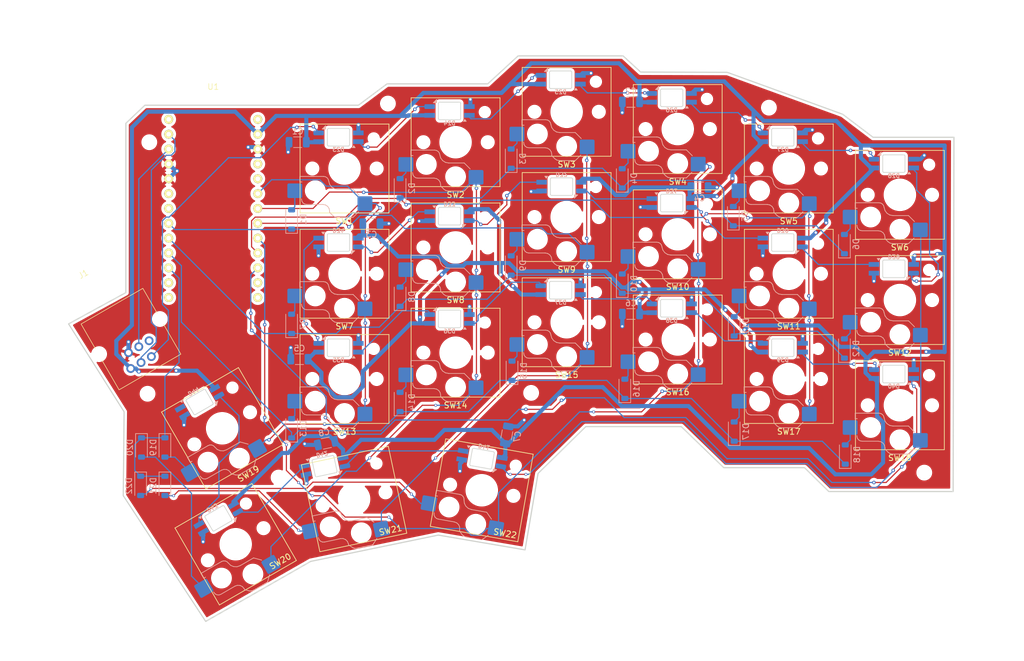
<source format=kicad_pcb>
(kicad_pcb (version 20241229) (generator "pcbnew") (generator_version "9.0")
  (layers (0 "F.Cu" signal) (2 "B.Cu" signal) (13 "F.Paste" user) (15 "B.Paste" user) (5 "F.SilkS" user "F.Silkscreen") (7 "B.SilkS" user "B.Silkscreen") (1 "F.Mask" user) (3 "B.Mask" user) (25 "Edge.Cuts" user))
  (net 0 "")
  (net 1 "Net-(D1-A)")
  (net 2 "/Row 1")
  (net 3 "Net-(D2-A)")
  (net 4 "Net-(D3-A)")
  (net 5 "Net-(D4-A)")
  (net 6 "Net-(D5-A)")
  (net 7 "Net-(D6-A)")
  (net 8 "Net-(D7-A)")
  (net 9 "/Row 2")
  (net 10 "Net-(D8-A)")
  (net 11 "Net-(D9-A)")
  (net 12 "Net-(D10-A)")
  (net 13 "Net-(D11-A)")
  (net 14 "Net-(D12-A)")
  (net 15 "/Row 3")
  (net 16 "Net-(D13-A)")
  (net 17 "Net-(D14-A)")
  (net 18 "Net-(D15-A)")
  (net 19 "Net-(D16-A)")
  (net 20 "Net-(D17-A)")
  (net 21 "Net-(D18-A)")
  (net 22 "Net-(D19-A)")
  (net 23 "/Row 4")
  (net 24 "Net-(D20-A)")
  (net 25 "Net-(D21-A)")
  (net 26 "Net-(D22-A)")
  (net 27 "GND")
  (net 28 "/Col 1")
  (net 29 "/Col 2")
  (net 30 "/Col 3")
  (net 31 "/Col 4")
  (net 32 "/Col 5")
  (net 33 "/Col 6")
  (net 35 "/RX")
  (net 39 "+3V3")
  (net 40 "/TX")
  (net 41 "+5V")
  (net 45 "Net-(D23-DOUT)")
  (net 46 "Net-(D24-DOUT)")
  (net 47 "Net-(D25-DOUT)")
  (net 48 "Net-(D26-DOUT)")
  (net 49 "Net-(D27-DOUT)")
  (net 50 "Net-(D28-DOUT)")
  (net 51 "Net-(D29-DOUT)")
  (net 52 "Net-(D30-DOUT)")
  (net 53 "Net-(D31-DOUT)")
  (net 54 "Net-(D32-DOUT)")
  (net 55 "Net-(D33-DOUT)")
  (net 56 "Net-(D34-DOUT)")
  (net 57 "Net-(D35-DOUT)")
  (net 58 "Net-(D36-DOUT)")
  (net 59 "Net-(D37-DOUT)")
  (net 60 "Net-(D38-DOUT)")
  (net 61 "Net-(D39-DOUT)")
  (net 62 "Net-(D40-DOUT)")
  (net 63 "Net-(D41-DOUT)")
  (net 64 "Net-(D42-DOUT)")
  (net 65 "Net-(D43-DOUT)")
  (net 66 "/LED")
  (footprint "PCM_Switch_Keyboard_Hotswap_Kailh:SW_Hotswap_Kailh_Choc_V1V2_1.00u" (layer "F.Cu") (at 241.59375 56.64 180)
    (property "Reference" "SW5")
    (property "Value" "SW_Push_45deg")
  )
  (footprint "Keyboard:RP2040_ProMicro" (layer "F.Cu") (at 143.140625 43.154)
    (property "Reference" "U1")
    (property "Value" "~")
  )
  (footprint "PCM_Switch_Keyboard_Hotswap_Kailh:SW_Hotswap_Kailh_Choc_V1V2_1.00u" (layer "F.Cu") (at 241.59375 74.64 180)
    (property "Reference" "SW11")
    (property "Value" "SW_Push_45deg")
  )
  (footprint "PCM_Switch_Keyboard_Hotswap_Kailh:SW_Hotswap_Kailh_Choc_V1V2_1.00u" (layer "F.Cu") (at 184.59375 88.14 180)
    (property "Reference" "SW14")
    (property "Value" "SW_Push_45deg")
  )
  (footprint "MountingHole:MountingHole_2.2mm_M2" (layer "F.Cu") (at 154.31855 109.5032)
    (property "Reference" "REF**")
    (property "Value" "MountingHole_2.2mm_M2")
  )
  (footprint "PCM_Switch_Keyboard_Hotswap_Kailh:SW_Hotswap_Kailh_Choc_V1V2_1.00u" (layer "F.Cu") (at 165.59375 92.64 180)
    (property "Reference" "SW13")
    (property "Value" "SW_Push_45deg")
  )
  (footprint "PCM_Switch_Keyboard_Hotswap_Kailh:SW_Hotswap_Kailh_Choc_V1V2_1.00u" (layer "F.Cu") (at 203.59375 46.94 180)
    (property "Reference" "SW3")
    (property "Value" "SW_Push_45deg")
  )
  (footprint "PCM_Switch_Keyboard_Hotswap_Kailh:SW_Hotswap_Kailh_Choc_V1V2_1.00u" (layer "F.Cu") (at 167.234375 113.17125 -168)
    (property "Reference" "SW21")
    (property "Value" "SW_Push_45deg")
  )
  (footprint "PCM_Switch_Keyboard_Hotswap_Kailh:SW_Hotswap_Kailh_Choc_V1V2_1.00u" (layer "F.Cu") (at 241.59375 92.64 180)
    (property "Reference" "SW17")
    (property "Value" "SW_Push_45deg")
  )
  (footprint "PCM_Switch_Keyboard_Hotswap_Kailh:SW_Hotswap_Kailh_Choc_V1V2_1.00u" (layer "F.Cu") (at 165.59375 56.64 180)
    (property "Reference" "SW1")
    (property "Value" "SW_Push_45deg")
  )
  (footprint "PCM_Switch_Keyboard_Hotswap_Kailh:SW_Hotswap_Kailh_Choc_V1V2_1.00u" (layer "F.Cu") (at 189.072332 111.678198 170)
    (property "Reference" "SW22")
    (property "Value" "SW_Push_45deg")
  )
  (footprint "PCM_Switch_Keyboard_Hotswap_Kailh:SW_Hotswap_Kailh_Choc_V1V2_1.00u" (layer "F.Cu") (at 203.59375 82.94 180)
    (property "Reference" "SW15")
    (property "Value" "SW_Push_45deg")
  )
  (footprint "PCM_Switch_Keyboard_Hotswap_Kailh:SW_Hotswap_Kailh_Choc_V1V2_1.00u" (layer "F.Cu") (at 184.59375 52.14 180)
    (property "Reference" "SW2")
    (property "Value" "SW_Push_45deg")
  )
  (footprint "MountingHole:MountingHole_2.2mm_M2" (layer "F.Cu") (at 264.76535 108.6596)
    (property "Reference" "REF**")
    (property "Value" "MountingHole_2.2mm_M2")
  )
  (footprint "PCM_Switch_Keyboard_Hotswap_Kailh:SW_Hotswap_Kailh_Choc_V1V2_1.00u" (layer "F.Cu") (at 203.59375 64.94 180)
    (property "Reference" "SW9")
    (property "Value" "SW_Push_45deg")
  )
  (footprint "PCM_Switch_Keyboard_Hotswap_Kailh:SW_Hotswap_Kailh_Choc_V1V2_1.00u" (layer "F.Cu") (at 260.59375 79.14 180)
    (property "Reference" "SW12")
    (property "Value" "SW_Push_45deg")
  )
  (footprint "PCM_Switch_Keyboard_Hotswap_Kailh:SW_Hotswap_Kailh_Choc_V1V2_1.00u" (layer "F.Cu") (at 260.59375 97.14 180)
    (property "Reference" "SW18")
    (property "Value" "SW_Push_45deg")
  )
  (footprint "PCM_Switch_Keyboard_Hotswap_Kailh:SW_Hotswap_Kailh_Choc_V1V2_1.00u" (layer "F.Cu") (at 222.59375 85.89 180)
    (property "Reference" "SW16")
    (property "Value" "SW_Push_45deg")
  )
  (footprint "PCM_Switch_Keyboard_Hotswap_Kailh:SW_Hotswap_Kailh_Choc_V1V2_1.00u" (layer "F.Cu") (at 222.59375 67.89 180)
    (property "Reference" "SW10")
    (property "Value" "SW_Push_45deg")
  )
  (footprint "PCM_Switch_Keyboard_Hotswap_Kailh:SW_Hotswap_Kailh_Choc_V1V2_1.00u" (layer "F.Cu") (at 165.59375 74.64 180)
    (property "Reference" "SW7")
    (property "Value" "SW_Push_45deg")
  )
  (footprint "PCM_Switch_Keyboard_Hotswap_Kailh:SW_Hotswap_Kailh_Choc_V1V2_1.00u" (layer "F.Cu") (at 222.59375 49.89 180)
    (property "Reference" "SW4")
    (property "Value" "SW_Push_45deg")
  )
  (footprint "MountingHole:MountingHole_2.2mm_M2" (layer "F.Cu") (at 173.02325 45.5302)
    (property "Reference" "REF**")
    (property "Value" "MountingHole_2.2mm_M2")
  )
  (footprint "Keyboard:RJ12 6P6C" (layer "F.Cu") (at 121.166606 75.134619 30)
    (property "Reference" "J1")
    (property "Value" "6P6C")
  )
  (footprint "PCM_Switch_Keyboard_Hotswap_Kailh:SW_Hotswap_Kailh_Choc_V1V2_1.00u" (layer "F.Cu") (at 184.59375 70.14 180)
    (property "Reference" "SW8")
    (property "Value" "SW_Push_45deg")
  )
  (footprint "PCM_Switch_Keyboard_Hotswap_Kailh:SW_Hotswap_Kailh_Choc_V1V2_1.00u" (layer "F.Cu") (at 260.59375 61.14 180)
    (property "Reference" "SW6")
    (property "Value" "SW_Push_45deg")
  )
  (footprint "MountingHole:MountingHole_2.2mm_M2" (layer "F.Cu") (at 132.203125 52.14)
    (property "Reference" "REF**")
    (property "Value" "MountingHole_2.2mm_M2")
  )
  (footprint "PCM_Switch_Keyboard_Hotswap_Kailh:SW_Hotswap_Kailh_Choc_V1V2_1.00u" (layer "F.Cu") (at 144.671875 101.0775 -150)
    (property "Reference" "SW19")
    (property "Value" "SW_Push_45deg")
  )
  (footprint "MountingHole:MountingHole_2.2mm_M2" (layer "F.Cu") (at 131.90625 95.17125)
    (property "Reference" "REF**")
    (property "Value" "MountingHole_2.2mm_M2")
  )
  (footprint "MountingHole:MountingHole_2.2mm_M2" (layer "F.Cu") (at 238.1928 46.2332)
    (property "Reference" "REF**")
    (property "Value" "MountingHole_2.2mm_M2")
  )
  (footprint "PCM_Switch_Keyboard_Hotswap_Kailh:SW_Hotswap_Kailh_Choc_V1V2_1.00u" (layer "F.Cu") (at 146.979874 120.909231 -150)
    (property "Reference" "SW20")
    (property "Value" "SW_Push_45deg")
  )
  (footprint "MountingHole:MountingHole_2.2mm_M2" (layer "F.Cu") (at 197.5175 95.0214)
    (property "Reference" "REF**")
    (property "Value" "MountingHole_2.2mm_M2")
  )
  (footprint "Diode_SMD:D_SOD-123" (layer "B.Cu") (at 130.86685 104.35025 -90)
    (property "Reference" "D20")
    (property "Value" "1N4148W")
  )
  (footprint "Diode_SMD:D_SOD-123" (layer "B.Cu") (at 213.546875 94.3275 90)
    (property "Reference" "D16")
    (property "Value" "1N4148W")
  )
  (footprint "Capacitor_SMD:C_1206_3216Metric" (layer "B.Cu") (at 162.484375 103.60875 -168)
    (property "Reference" "C8")
    (property "Value" "C_Small")
  )
  (footprint "Capacitor_SMD:C_1206_3216Metric" (layer "B.Cu") (at 157.88135 89.2568 180)
    (property "Reference" "C5")
    (property "Value" "C_Small")
  )
  (footprint "Keyboard:SK6812-MINI-E" (layer "B.Cu") (at 164.5625 69.29625)
    (property "Reference" "D34")
    (property "Value" "SK6812MINI" (hide yes))
    (fp_line (start -1.9 -1.3) (end -1.9 1.3) (stroke (width 0.12)) (layer "Edge.Cuts"))
    (fp_line (start -1.7 1.5) (end 1.7 1.5) (stroke (width 0.12)) (layer "Edge.Cuts"))
    (fp_line (start 1.7 -1.5) (end -1.7 -1.5) (stroke (width 0.12)) (layer "Edge.Cuts"))
    (fp_line (start 1.9 1.3) (end 1.9 -1.3) (stroke (width 0.12)) (layer "Edge.Cuts"))
    (fp_arc (start -1.9 -1.3) (mid -1.841421 -1.441421) (end -1.7 -1.5) (stroke (width 0.12)) (layer "Edge.Cuts"))
    (fp_arc (start -1.7 1.5) (mid -1.841421 1.441421) (end -1.9 1.3) (stroke (width 0.12)) (layer "Edge.Cuts"))
    (fp_arc (start 1.7 -1.5) (mid 1.841421 -1.441421) (end 1.9 -1.3) (stroke (width 0.12)) (layer "Edge.Cuts"))
    (fp_arc (start 1.9 1.3) (mid 1.841421 1.441421) (end 1.7 1.5) (stroke (width 0.12)) (layer "Edge.Cuts"))
  )
  (footprint "Diode_SMD:D_SOD-123" (layer "B.Cu") (at 134.875 104.35025 -90)
    (property "Reference" "D19")
    (property "Value" "1N4148W" (hide yes))
  )
  (footprint "Diode_SMD:D_SOD-123" (layer "B.Cu") (at 156.546875 83.211 90)
    (property "Reference" "D7")
    (property "Value" "1N4148W")
  )
  (footprint "Keyboard:SK6812-MINI-E" (layer "B.Cu") (at 240.5625 69.29625)
    (property "Reference" "D30")
    (property "Value" "SK6812MINI" (hide yes))
    (fp_line (start -1.9 -1.3) (end -1.9 1.3) (stroke (width 0.12)) (layer "Edge.Cuts"))
    (fp_line (start -1.7 1.5) (end 1.7 1.5) (stroke (width 0.12)) (layer "Edge.Cuts"))
    (fp_line (start 1.7 -1.5) (end -1.7 -1.5) (stroke (width 0.12)) (layer "Edge.Cuts"))
    (fp_line (start 1.9 1.3) (end 1.9 -1.3) (stroke (width 0.12)) (layer "Edge.Cuts"))
    (fp_arc (start -1.9 -1.3) (mid -1.841421 -1.441421) (end -1.7 -1.5) (stroke (width 0.12)) (layer "Edge.Cuts"))
    (fp_arc (start -1.7 1.5) (mid -1.841421 1.441421) (end -1.9 1.3) (stroke (width 0.12)) (layer "Edge.Cuts"))
    (fp_arc (start 1.7 -1.5) (mid 1.841421 -1.441421) (end 1.9 -1.3) (stroke (width 0.12)) (layer "Edge.Cuts"))
    (fp_arc (start 1.9 1.3) (mid 1.841421 1.441421) (end 1.7 1.5) (stroke (width 0.12)) (layer "Edge.Cuts"))
  )
  (footprint "Keyboard:SK6812-MINI-E" (layer "B.Cu") (at 259.5625 73.79625)
    (property "Reference" "D29")
    (property "Value" "SK6812MINI" (hide yes))
    (fp_line (start -1.9 -1.3) (end -1.9 1.3) (stroke (width 0.12)) (layer "Edge.Cuts"))
    (fp_line (start -1.7 1.5) (end 1.7 1.5) (stroke (width 0.12)) (layer "Edge.Cuts"))
    (fp_line (start 1.7 -1.5) (end -1.7 -1.5) (stroke (width 0.12)) (layer "Edge.Cuts"))
    (fp_line (start 1.9 1.3) (end 1.9 -1.3) (stroke (width 0.12)) (layer "Edge.Cuts"))
    (fp_arc (start -1.9 -1.3) (mid -1.841421 -1.441421) (end -1.7 -1.5) (stroke (width 0.12)) (layer "Edge.Cuts"))
    (fp_arc (start -1.7 1.5) (mid -1.841421 1.441421) (end -1.9 1.3) (stroke (width 0.12)) (layer "Edge.Cuts"))
    (fp_arc (start 1.7 -1.5) (mid 1.841421 -1.441421) (end 1.9 -1.3) (stroke (width 0.12)) (layer "Edge.Cuts"))
    (fp_arc (start 1.9 1.3) (mid 1.841421 1.441421) (end 1.7 1.5) (stroke (width 0.12)) (layer "Edge.Cuts"))
  )
  (footprint "Capacitor_SMD:C_1206_3216Metric" (layer "B.Cu") (at 157.58445 52.1384 180)
    (property "Reference" "C1")
    (property "Value" "C_Small")
  )
  (footprint "Keyboard:SK6812-MINI-E" (layer "B.Cu") (at 240.5625 51.29625 180)
    (property "Reference" "D27")
    (property "Value" "SK6812MINI" (hide yes))
    (fp_line (start 1.9 1.3) (end 1.9 -1.3) (stroke (width 0.12)) (layer "Edge.Cuts"))
    (fp_line (start 1.7 -1.5) (end -1.7 -1.5) (stroke (width 0.12)) (layer "Edge.Cuts"))
    (fp_line (start -1.7 1.5) (end 1.7 1.5) (stroke (width 0.12)) (layer "Edge.Cuts"))
    (fp_line (start -1.9 -1.3) (end -1.9 1.3) (stroke (width 0.12)) (layer "Edge.Cuts"))
    (fp_arc (start 1.9 1.3) (mid 1.841421 1.441421) (end 1.7 1.5) (stroke (width 0.12)) (layer "Edge.Cuts"))
    (fp_arc (start 1.7 -1.5) (mid 1.841421 -1.441421) (end 1.9 -1.3) (stroke (width 0.12)) (layer "Edge.Cuts"))
    (fp_arc (start -1.7 1.5) (mid -1.841421 1.441421) (end -1.9 1.3) (stroke (width 0.12)) (layer "Edge.Cuts"))
    (fp_arc (start -1.9 -1.3) (mid -1.841421 -1.441421) (end -1.7 -1.5) (stroke (width 0.12)) (layer "Edge.Cuts"))
  )
  (footprint "Diode_SMD:D_SOD-123" (layer "B.Cu") (at 232.25 83.64 90)
    (property "Reference" "D11")
    (property "Value" "1N4148W")
  )
  (footprint "Keyboard:SK6812-MINI-E" (layer "B.Cu") (at 189.119207 106.273048 -10)
    (property "Reference" "D41")
    (property "Value" "SK6812MINI" (hide yes))
    (fp_line (start -1.7 1.5) (end 1.7 1.5) (stroke (width 0.12)) (layer "Edge.Cuts"))
    (fp_line (start -1.9 -1.3) (end -1.9 1.3) (stroke (width 0.12)) (layer "Edge.Cuts"))
    (fp_line (start 1.9 1.3) (end 1.9 -1.3) (stroke (width 0.12)) (layer "Edge.Cuts"))
    (fp_line (start 1.7 -1.5) (end -1.7 -1.5) (stroke (width 0.12)) (layer "Edge.Cuts"))
    (fp_arc (start -1.7 1.5) (mid -1.841421 1.441422) (end -1.9 1.3) (stroke (width 0.12)) (layer "Edge.Cuts"))
    (fp_arc (start -1.9 -1.3) (mid -1.841421 -1.441421) (end -1.7 -1.5) (stroke (width 0.12)) (layer "Edge.Cuts"))
    (fp_arc (start 1.9 1.3) (mid 1.841421 1.441421) (end 1.7 1.5) (stroke (width 0.12)) (layer "Edge.Cuts"))
    (fp_arc (start 1.7 -1.5) (mid 1.841421 -1.441422) (end 1.9 -1.3) (stroke (width 0.12)) (layer "Edge.Cuts"))
  )
  (footprint "Diode_SMD:D_SOD-123" (layer "B.Cu") (at 251.25 105.5664 90)
    (property "Reference" "D18")
    (property "Value" "1N4148W")
  )
  (footprint "Keyboard:SK6812-MINI-E" (layer "B.Cu") (at 202.5625 77.4525 180)
    (property "Reference" "D37")
    (property "Value" "SK6812MINI" (hide yes))
    (fp_line (start 1.9 1.3) (end 1.9 -1.3) (stroke (width 0.12)) (layer "Edge.Cuts"))
    (fp_line (start 1.7 -1.5) (end -1.7 -1.5) (stroke (width 0.12)) (layer "Edge.Cuts"))
    (fp_line (start -1.7 1.5) (end 1.7 1.5) (stroke (width 0.12)) (layer "Edge.Cuts"))
    (fp_line (start -1.9 -1.3) (end -1.9 1.3) (stroke (width 0.12)) (layer "Edge.Cuts"))
    (fp_arc (start 1.9 1.3) (mid 1.841421 1.441421) (end 1.7 1.5) (stroke (width 0.12)) (layer "Edge.Cuts"))
    (fp_arc (start 1.7 -1.5) (mid 1.841421 -1.441421) (end 1.9 -1.3) (stroke (width 0.12)) (layer "Edge.Cuts"))
    (fp_arc (start -1.7 1.5) (mid -1.841421 1.441421) (end -1.9 1.3) (stroke (width 0.12)) (layer "Edge.Cuts"))
    (fp_arc (start -1.9 -1.3) (mid -1.841421 -1.441421) (end -1.7 -1.5) (stroke (width 0.12)) (layer "Edge.Cuts"))
  )
  (footprint "Diode_SMD:D_SOD-123" (layer "B.Cu") (at 194.25 91.23375 90)
    (property "Reference" "D15")
    (property "Value" "1N4148W")
  )
  (footprint "Keyboard:SK6812-MINI-E" (layer "B.Cu") (at 221.5625 44.54625 180)
    (property "Reference" "D26")
    (property "Value" "SK6812MINI" (hide yes))
    (fp_line (start 1.9 1.3) (end 1.9 -1.3) (stroke (width 0.12)) (layer "Edge.Cuts"))
    (fp_line (start 1.7 -1.5) (end -1.7 -1.5) (stroke (width 0.12)) (layer "Edge.Cuts"))
    (fp_line (start -1.7 1.5) (end 1.7 1.5) (stroke (width 0.12)) (layer "Edge.Cuts"))
    (fp_line (start -1.9 -1.3) (end -1.9 1.3) (stroke (width 0.12)) (layer "Edge.Cuts"))
    (fp_arc (start 1.9 1.3) (mid 1.841421 1.441421) (end 1.7 1.5) (stroke (width 0.12)) (layer "Edge.Cuts"))
    (fp_arc (start 1.7 -1.5) (mid 1.841421 -1.441421) (end 1.9 -1.3) (stroke (width 0.12)) (layer "Edge.Cuts"))
    (fp_arc (start -1.7 1.5) (mid -1.841421 1.441421) (end -1.9 1.3) (stroke (width 0.12)) (layer "Edge.Cuts"))
    (fp_arc (start -1.9 -1.3) (mid -1.841421 -1.441421) (end -1.7 -1.5) (stroke (width 0.12)) (layer "Edge.Cuts"))
  )
  (footprint "Keyboard:SK6812-MINI-E" (layer "B.Cu") (at 183.5625 82.3674 180)
    (property "Reference" "D36")
    (property "Value" "SK6812MINI" (hide yes))
    (fp_line (start 1.9 1.3) (end 1.9 -1.3) (stroke (width 0.12)) (layer "Edge.Cuts"))
    (fp_line (start 1.7 -1.5) (end -1.7 -1.5) (stroke (width 0.12)) (layer "Edge.Cuts"))
    (fp_line (start -1.7 1.5) (end 1.7 1.5) (stroke (width 0.12)) (layer "Edge.Cuts"))
    (fp_line (start -1.9 -1.3) (end -1.9 1.3) (stroke (width 0.12)) (layer "Edge.Cuts"))
    (fp_arc (start 1.9 1.3) (mid 1.841421 1.441421) (end 1.7 1.5) (stroke (width 0.12)) (layer "Edge.Cuts"))
    (fp_arc (start 1.7 -1.5) (mid 1.841421 -1.441421) (end 1.9 -1.3) (stroke (width 0.12)) (layer "Edge.Cuts"))
    (fp_arc (start -1.7 1.5) (mid -1.841421 1.441421) (end -1.9 1.3) (stroke (width 0.12)) (layer "Edge.Cuts"))
    (fp_arc (start -1.9 -1.3) (mid -1.841421 -1.441421) (end -1.7 -1.5) (stroke (width 0.12)) (layer "Edge.Cuts"))
  )
  (footprint "Keyboard:SK6812-MINI-E" (layer "B.Cu") (at 240.5625 87.2884 180)
    (property "Reference" "D39")
    (property "Value" "SK6812MINI" (hide yes))
    (fp_line (start 1.9 1.3) (end 1.9 -1.3) (stroke (width 0.12)) (layer "Edge.Cuts"))
    (fp_line (start 1.7 -1.5) (end -1.7 -1.5) (stroke (width 0.12)) (layer "Edge.Cuts"))
    (fp_line (start -1.7 1.5) (end 1.7 1.5) (stroke (width 0.12)) (layer "Edge.Cuts"))
    (fp_line (start -1.9 -1.3) (end -1.9 1.3) (stroke (width 0.12)) (layer "Edge.Cuts"))
    (fp_arc (start 1.9 1.3) (mid 1.841421 1.441421) (end 1.7 1.5) (stroke (width 0.12)) (layer "Edge.Cuts"))
    (fp_arc (start 1.7 -1.5) (mid 1.841421 -1.441421) (end 1.9 -1.3) (stroke (width 0.12)) (layer "Edge.Cuts"))
    (fp_arc (start -1.7 1.5) (mid -1.841421 1.441421) (end -1.9 1.3) (stroke (width 0.12)) (layer "Edge.Cuts"))
    (fp_arc (start -1.9 -1.3) (mid -1.841421 -1.441421) (end -1.7 -1.5) (stroke (width 0.12)) (layer "Edge.Cuts"))
  )
  (footprint "Keyboard:SK6812-MINI-E" (layer "B.Cu") (at 183.5625 46.79625 180)
    (property "Reference" "D24")
    (property "Value" "SK6812MINI" (hide yes))
    (fp_line (start 1.9 1.3) (end 1.9 -1.3) (stroke (width 0.12)) (layer "Edge.Cuts"))
    (fp_line (start 1.7 -1.5) (end -1.7 -1.5) (stroke (width 0.12)) (layer "Edge.Cuts"))
    (fp_line (start -1.7 1.5) (end 1.7 1.5) (stroke (width 0.12)) (layer "Edge.Cuts"))
    (fp_line (start -1.9 -1.3) (end -1.9 1.3) (stroke (width 0.12)) (layer "Edge.Cuts"))
    (fp_arc (start 1.9 1.3) (mid 1.841421 1.441421) (end 1.7 1.5) (stroke (width 0.12)) (layer "Edge.Cuts"))
    (fp_arc (start 1.7 -1.5) (mid 1.841421 -1.441421) (end 1.9 -1.3) (stroke (width 0.12)) (layer "Edge.Cuts"))
    (fp_arc (start -1.7 1.5) (mid -1.841421 1.441421) (end -1.9 1.3) (stroke (width 0.12)) (layer "Edge.Cuts"))
    (fp_arc (start -1.9 -1.3) (mid -1.841421 -1.441421) (end -1.7 -1.5) (stroke (width 0.12)) (layer "Edge.Cuts"))
  )
  (footprint "Diode_SMD:D_SOD-123" (layer "B.Cu") (at 194.10315 54.9504 90)
    (property "Reference" "D3")
    (property "Value" "1N4148W")
  )
  (footprint "Diode_SMD:D_SOD-123" (layer "B.Cu") (at 175.10155 96.5775 90)
    (property "Reference" "D14")
    (property "Value" "1N4148W")
  )
  (footprint "Keyboard:SK6812-MINI-E" (layer "B.Cu") (at 164.5625 87.29625 180)
    (property "Reference" "D35")
    (property "Value" "SK6812MINI" (hide yes))
    (fp_line (start 1.9 1.3) (end 1.9 -1.3) (stroke (width 0.12)) (layer "Edge.Cuts"))
    (fp_line (start 1.7 -1.5) (end -1.7 -1.5) (stroke (width 0.12)) (layer "Edge.Cuts"))
    (fp_line (start -1.7 1.5) (end 1.7 1.5) (stroke (width 0.12)) (layer "Edge.Cuts"))
    (fp_line (start -1.9 -1.3) (end -1.9 1.3) (stroke (width 0.12)) (layer "Edge.Cuts"))
    (fp_arc (start 1.9 1.3) (mid 1.841421 1.441421) (end 1.7 1.5) (stroke (width 0.12)) (layer "Edge.Cuts"))
    (fp_arc (start 1.7 -1.5) (mid 1.841421 -1.441421) (end 1.9 -1.3) (stroke (width 0.12)) (layer "Edge.Cuts"))
    (fp_arc (start -1.7 1.5) (mid -1.841421 1.441421) (end -1.9 1.3) (stroke (width 0.12)) (layer "Edge.Cuts"))
    (fp_arc (start -1.9 -1.3) (mid -1.841421 -1.441421) (end -1.7 -1.5) (stroke (width 0.12)) (layer "Edge.Cuts"))
  )
  (footprint "Diode_SMD:D_SOD-123" (layer "B.Cu") (at 232.2548 101.64 90)
    (property "Reference" "D17")
    (property "Value" "1N4148W")
  )
  (footprint "Diode_SMD:D_SOD-123" (layer "B.Cu") (at 156.546875 101.0775 90)
    (property "Reference" "D13")
    (property "Value" "1N4148W")
  )
  (footprint "Keyboard:SK6812-MINI-E" (layer "B.Cu") (at 144.024264 116.471731 30)
    (property "Reference" "D43")
    (property "Value" "SK6812MINI" (hide yes))
    (fp_line (start -1.9 -1.3) (end -1.9 1.3) (stroke (width 0.12)) (layer "Edge.Cuts"))
    (fp_line (start -1.7 1.5) (end 1.7 1.5) (stroke (width 0.12)) (layer "Edge.Cuts"))
    (fp_line (start 1.7 -1.5) (end -1.7 -1.5) (stroke (width 0.12)) (layer "Edge.Cuts"))
    (fp_line (start 1.9 1.3) (end 1.9 -1.3) (stroke (width 0.12)) (layer "Edge.Cuts"))
    (fp_arc (start -1.9 -1.3) (mid -1.841421 -1.441421) (end -1.7 -1.5) (stroke (width 0.12)) (layer "Edge.Cuts"))
    (fp_arc (start -1.7 1.5) (mid -1.841421 1.441421) (end -1.9 1.3) (stroke (width 0.12)) (layer "Edge.Cuts"))
    (fp_arc (start 1.7 -1.5) (mid 1.841421 -1.441421) (end 1.9 -1.3) (stroke (width 0.12)) (layer "Edge.Cuts"))
    (fp_arc (start 1.9 1.3) (mid 1.841421 1.441421) (end 1.7 1.5) (stroke (width 0.12)) (layer "Edge.Cuts"))
  )
  (footprint "Keyboard:SK6812-MINI-E" (layer "B.Cu") (at 164.5625 51.29625 180)
    (property "Reference" "D23")
    (property "Value" "SK6812MINI" (hide yes))
    (fp_line (start 1.9 1.3) (end 1.9 -1.3) (stroke (width 0.12)) (layer "Edge.Cuts"))
    (fp_line (start 1.7 -1.5) (end -1.7 -1.5) (stroke (width 0.12)) (layer "Edge.Cuts"))
    (fp_line (start -1.7 1.5) (end 1.7 1.5) (stroke (width 0.12)) (layer "Edge.Cuts"))
    (fp_line (start -1.9 -1.3) (end -1.9 1.3) (stroke (width 0.12)) (layer "Edge.Cuts"))
    (fp_arc (start 1.9 1.3) (mid 1.841421 1.441421) (end 1.7 1.5) (stroke (width 0.12)) (layer "Edge.Cuts"))
    (fp_arc (start 1.7 -1.5) (mid 1.841421 -1.441421) (end 1.9 -1.3) (stroke (width 0.12)) (layer "Edge.Cuts"))
    (fp_arc (start -1.7 1.5) (mid -1.841421 1.441421) (end -1.9 1.3) (stroke (width 0.12)) (layer "Edge.Cuts"))
    (fp_arc (start -1.9 -1.3) (mid -1.841421 -1.441421) (end -1.7 -1.5) (stroke (width 0.12)) (layer "Edge.Cuts"))
  )
  (footprint "Capacitor_SMD:C_1206_3216Metric" (layer "B.Cu") (at 226.3168 59.8714)
    (property "Reference" "C4")
    (property "Value" "C_Small")
  )
  (footprint "Diode_SMD:D_SOD-123" (layer "B.Cu") (at 251.10795 69.5728 90)
    (property "Reference" "D6")
    (property "Value" "1N4148W")
  )
  (footprint "Diode_SMD:D_SOD-123" (layer "B.Cu") (at 232.10635 64.7924 90)
    (property "Reference" "D5")
    (property "Value" "1N4148W")
  )
  (footprint "Capacitor_SMD:C_1206_3216Metric" (layer "B.Cu") (at 214.58925 45.249 180)
    (property "Reference" "C2")
    (property "Value" "C_Small")
  )
  (footprint "Diode_SMD:D_SOD-123" (layer "B.Cu") (at 175.10155 78.5712 90)
    (property "Reference" "D8")
    (property "Value" "1N4148W")
  )
  (footprint "Keyboard:SK6812-MINI-E" (layer "B.Cu") (at 259.5625 91.79625 180)
    (property "Reference" "D40")
    (property "Value" "SK6812MINI" (hide yes))
    (fp_line (start 1.9 1.3) (end 1.9 -1.3) (stroke (width 0.12)) (layer "Edge.Cuts"))
    (fp_line (start 1.7 -1.5) (end -1.7 -1.5) (stroke (width 0.12)) (layer "Edge.Cuts"))
    (fp_line (start -1.7 1.5) (end 1.7 1.5) (stroke (width 0.12)) (layer "Edge.Cuts"))
    (fp_line (start -1.9 -1.3) (end -1.9 1.3) (stroke (width 0.12)) (layer "Edge.Cuts"))
    (fp_arc (start 1.9 1.3) (mid 1.841421 1.441421) (end 1.7 1.5) (stroke (width 0.12)) (layer "Edge.Cuts"))
    (fp_arc (start 1.7 -1.5) (mid 1.841421 -1.441421) (end 1.9 -1.3) (stroke (width 0.12)) (layer "Edge.Cuts"))
    (fp_arc (start -1.7 1.5) (mid -1.841421 1.441421) (end -1.9 1.3) (stroke (width 0.12)) (layer "Edge.Cuts"))
    (fp_arc (start -1.9 -1.3) (mid -1.841421 -1.441421) (end -1.7 -1.5) (stroke (width 0.12)) (layer "Edge.Cuts"))
  )
  (footprint "Diode_SMD:D_SOD-123" (layer "B.Cu") (at 130.7184 110.92125 -90)
    (property "Reference" "D22")
    (property "Value" "1N4148W")
  )
  (footprint "Diode_SMD:D_SOD-123" (layer "B.Cu") (at 134.875 110.92125 -90)
    (property "Reference" "D21")
    (property "Value" "1N4148W")
  )
  (footprint "Keyboard:SK6812-MINI-E" (layer "B.Cu") (at 221.5664 62.54625)
    (property "Reference" "D31")
    (property "Value" "SK6812MINI" (hide yes))
    (fp_line (start -1.9 -1.3) (end -1.9 1.3) (stroke (width 0.12)) (layer "Edge.Cuts"))
    (fp_line (start -1.7 1.5) (end 1.7 1.5) (stroke (width 0.12)) (layer "Edge.Cuts"))
    (fp_line (start 1.7 -1.5) (end -1.7 -1.5) (stroke (width 0.12)) (layer "Edge.Cuts"))
    (fp_line (start 1.9 1.3) (end 1.9 -1.3) (stroke (width 0.12)) (layer "Edge.Cuts"))
    (fp_arc (start -1.9 -1.3) (mid -1.841421 -1.441421) (end -1.7 -1.5) (stroke (width 0.12)) (layer "Edge.Cuts"))
    (fp_arc (start -1.7 1.5) (mid -1.841421 1.441421) (end -1.9 1.3) (stroke (width 0.12)) (layer "Edge.Cuts"))
    (fp_arc (start 1.7 -1.5) (mid 1.841421 -1.441421) (end 1.9 -1.3) (stroke (width 0.12)) (layer "Edge.Cuts"))
    (fp_arc (start 1.9 1.3) (mid 1.841421 1.441421) (end 1.7 1.5) (stroke (width 0.12)) (layer "Edge.Cuts"))
  )
  (footprint "Keyboard:SK6812-MINI-E" (layer "B.Cu") (at 162.1875 107.54625 12)
    (property "Reference" "D42")
    (property "Value" "SK6812MINI" (hide yes))
    (fp_line (start -1.9 -1.3) (end -1.9 1.3) (stroke (width 0.12)) (layer "Edge.Cuts"))
    (fp_line (start -1.7 1.5) (end 1.699998 1.5) (stroke (width 0.12)) (layer "Edge.Cuts"))
    (fp_line (start 1.7 -1.5) (end -1.699998 -1.5) (stroke (width 0.12)) (layer "Edge.Cuts"))
    (fp_line (start 1.9 1.3) (end 1.9 -1.3) (stroke (width 0.12)) (layer "Edge.Cuts"))
    (fp_arc (start -1.9 -1.3) (mid -1.841421 -1.441421) (end -1.699998 -1.5) (stroke (width 0.12)) (layer "Edge.Cuts"))
    (fp_arc (start -1.7 1.5) (mid -1.841421 1.441421) (end -1.9 1.3) (stroke (width 0.12)) (layer "Edge.Cuts"))
    (fp_arc (start 1.7 -1.5) (mid 1.841421 -1.441422) (end 1.9 -1.3) (stroke (width 0.12)) (layer "Edge.Cuts"))
    (fp_arc (start 1.9 1.3) (mid 1.841421 1.441421) (end 1.699998 1.5) (stroke (width 0.12)) (layer "Edge.Cuts"))
  )
  (footprint "Capacitor_SMD:C_1206_3216Metric" (layer "B.Cu") (at 193.359375 102.2025 80)
    (property "Reference" "C7")
    (property "Value" "C_Small")
  )
  (footprint "Keyboard:SK6812-MINI-E" (layer "B.Cu") (at 259.5625 55.79625 180)
    (property "Reference" "D28")
    (property "Value" "SK6812MINI" (hide yes))
    (fp_line (start 1.9 1.3) (end 1.9 -1.3) (stroke (width 0.12)) (layer "Edge.Cuts"))
    (fp_line (start 1.7 -1.5) (end -1.7 -1.5) (stroke (width 0.12)) (layer "Edge.Cuts"))
    (fp_line (start -1.7 1.5) (end 1.7 1.5) (stroke (width 0.12)) (layer "Edge.Cuts"))
    (fp_line (start -1.9 -1.3) (end -1.9 1.3) (stroke (width 0.12)) (layer "Edge.Cuts"))
    (fp_arc (start 1.9 1.3) (mid 1.841421 1.441421) (end 1.7 1.5) (stroke (width 0.12)) (layer "Edge.Cuts"))
    (fp_arc (start 1.7 -1.5) (mid 1.841421 -1.441421) (end 1.9 -1.3) (stroke (width 0.12)) (layer "Edge.Cuts"))
    (fp_arc (start -1.7 1.5) (mid -1.841421 1.441421) (end -1.9 1.3) (stroke (width 0.12)) (layer "Edge.Cuts"))
    (fp_arc (start -1.9 -1.3) (mid -1.841421 -1.441421) (end -1.7 -1.5) (stroke (width 0.12)) (layer "Edge.Cuts"))
  )
  (footprint "Keyboard:SK6812-MINI-E" (layer "B.Cu") (at 202.5625 41.4528 180)
    (property "Reference" "D25")
    (property "Value" "SK6812MINI" (hide yes))
    (fp_line (start 1.9 1.3) (end 1.9 -1.3) (stroke (width 0.12)) (layer "Edge.Cuts"))
    (fp_line (start 1.7 -1.5) (end -1.7 -1.5) (stroke (width 0.12)) (layer "Edge.Cuts"))
    (fp_line (start -1.7 1.5) (end 1.7 1.5) (stroke (width 0.12)) (layer "Edge.Cuts"))
    (fp_line (start -1.9 -1.3) (end -1.9 1.3) (stroke (width 0.12)) (layer "Edge.Cuts"))
    (fp_arc (start 1.9 1.3) (mid 1.841421 1.441421) (end 1.7 1.5) (stroke (width 0.12)) (layer "Edge.Cuts"))
    (fp_arc (start 1.7 -1.5) (mid 1.841421 -1.441421) (end 1.9 -1.3) (stroke (width 0.12)) (layer "Edge.Cuts"))
    (fp_arc (start -1.7 1.5) (mid -1.841421 1.441421) (end -1.9 1.3) (stroke (width 0.12)) (layer "Edge.Cuts"))
    (fp_arc (start -1.9 -1.3) (mid -1.841421 -1.441421) (end -1.7 -1.5) (stroke (width 0.12)) (layer "Edge.Cuts"))
  )
  (footprint "Keyboard:SK6812-MINI-E" (layer "B.Cu") (at 221.5625 80.54625 180)
    (property "Reference" "D38")
    (property "Value" "SK6812MINI" (hide yes))
    (fp_line (start 1.9 1.3) (end 1.9 -1.3) (stroke (width 0.12)) (layer "Edge.Cuts"))
    (fp_line (start 1.7 -1.5) (end -1.7 -1.5) (stroke (width 0.12)) (layer "Edge.Cuts"))
    (fp_line (start -1.7 1.5) (end 1.7 1.5) (stroke (width 0.12)) (layer "Edge.Cuts"))
    (fp_line (start -1.9 -1.3) (end -1.9 1.3) (stroke (width 0.12)) (layer "Edge.Cuts"))
    (fp_arc (start 1.9 1.3) (mid 1.841421 1.441421) (end 1.7 1.5) (stroke (width 0.12)) (layer "Edge.Cuts"))
    (fp_arc (start 1.7 -1.5) (mid 1.841421 -1.441421) (end 1.9 -1.3) (stroke (width 0.12)) (layer "Edge.Cuts"))
    (fp_arc (start -1.7 1.5) (mid -1.841421 1.441421) (end -1.9 1.3) (stroke (width 0.12)) (layer "Edge.Cuts"))
    (fp_arc (start -1.9 -1.3) (mid -1.841421 -1.441421) (end -1.7 -1.5) (stroke (width 0.12)) (layer "Edge.Cuts"))
  )
  (footprint "Diode_SMD:D_SOD-123" (layer "B.Cu") (at 175.10155 60.015 90)
    (property "Reference" "D2")
    (property "Value" "1N4148W")
  )
  (footprint "Keyboard:SK6812-MINI-E" (layer "B.Cu") (at 140.8125 96.5775 30)
    (property "Reference" "D44")
    (property "Value" "SK6812MINI" (hide yes))
    (fp_line (start -1.9 -1.3) (end -1.9 1.3) (stroke (width 0.12)) (layer "Edge.Cuts"))
    (fp_line (start -1.7 1.5) (end 1.7 1.5) (stroke (width 0.12)) (layer "Edge.Cuts"))
    (fp_line (start 1.7 -1.5) (end -1.7 -1.5) (stroke (width 0.12)) (layer "Edge.Cuts"))
    (fp_line (start 1.9 1.3) (end 1.9 -1.3) (stroke (width 0.12)) (layer "Edge.Cuts"))
    (fp_arc (start -1.9 -1.3) (mid -1.841421 -1.441421) (end -1.7 -1.5) (stroke (width 0.12)) (layer "Edge.Cuts"))
    (fp_arc (start -1.7 1.5) (mid -1.841421 1.441421) (end -1.9 1.3) (stroke (width 0.12)) (layer "Edge.Cuts"))
    (fp_arc (start 1.7 -1.5) (mid 1.841421 -1.441421) (end 1.9 -1.3) (stroke (width 0.12)) (layer "Edge.Cuts"))
    (fp_arc (start 1.9 1.3) (mid 1.841421 1.441421) (end 1.7 1.5) (stroke (width 0.12)) (layer "Edge.Cuts"))
  )
  (footprint "Diode_SMD:D_SOD-123" (layer "B.Cu") (at 156.546875 65.35875 90)
    (property "Reference" "D1")
    (property "Value" "1N4148W")
  )
  (footprint "Capacitor_SMD:C_1206_3216Metric" (layer "B.Cu") (at 170.2027 66.0578)
    (property "Reference" "C3")
    (property "Value" "C_Small")
  )
  (footprint "Keyboard:SK6812-MINI-E" (layer "B.Cu") (at 202.71325 59.73375)
    (property "Reference" "D32")
    (property "Value" "SK6812MINI" (hide yes))
    (fp_line (start -1.9 -1.3) (end -1.9 1.3) (stroke (width 0.12)) (layer "Edge.Cuts"))
    (fp_line (start -1.7 1.5) (end 1.7 1.5) (stroke (width 0.12)) (layer "Edge.Cuts"))
    (fp_line (start 1.7 -1.5) (end -1.7 -1.5) (stroke (width 0.12)) (layer "Edge.Cuts"))
    (fp_line (start 1.9 1.3) (end 1.9 -1.3) (stroke (width 0.12)) (layer "Edge.Cuts"))
    (fp_arc (start -1.9 -1.3) (mid -1.841421 -1.441421) (end -1.7 -1.5) (stroke (width 0.12)) (layer "Edge.Cuts"))
    (fp_arc (start -1.7 1.5) (mid -1.841421 1.441421) (end -1.9 1.3) (stroke (width 0.12)) (layer "Edge.Cuts"))
    (fp_arc (start 1.7 -1.5) (mid 1.841421 -1.441421) (end 1.9 -1.3) (stroke (width 0.12)) (layer "Edge.Cuts"))
    (fp_arc (start 1.9 1.3) (mid 1.841421 1.441421) (end 1.7 1.5) (stroke (width 0.12)) (layer "Edge.Cuts"))
  )
  (footprint "Capacitor_SMD:C_1206_3216Metric" (layer "B.Cu") (at 214.58925 81.5238 180)
    (property "Reference" "C6")
    (property "Value" "C_Small")
  )
  (footprint "Keyboard:SK6812-MINI-E" (layer "B.Cu") (at 183.5625 64.79625)
    (property "Reference" "D33")
    (property "Value" "SK6812MINI" (hide yes))
    (fp_line (start -1.9 -1.3) (end -1.9 1.3) (stroke (width 0.12)) (layer "Edge.Cuts"))
    (fp_line (start -1.7 1.5) (end 1.7 1.5) (stroke (width 0.12)) (layer "Edge.Cuts"))
    (fp_line (start 1.7 -1.5) (end -1.7 -1.5) (stroke (width 0.12)) (layer "Edge.Cuts"))
    (fp_line (start 1.9 1.3) (end 1.9 -1.3) (stroke (width 0.12)) (layer "Edge.Cuts"))
    (fp_arc (start -1.9 -1.3) (mid -1.841421 -1.441421) (end -1.7 -1.5) (stroke (width 0.12)) (layer "Edge.Cuts"))
    (fp_arc (start -1.7 1.5) (mid -1.841421 1.441421) (end -1.9 1.3) (stroke (width 0.12)) (layer "Edge.Cuts"))
    (fp_arc (start 1.7 -1.5) (mid 1.841421 -1.441421) (end 1.9 -1.3) (stroke (width 0.12)) (layer "Edge.Cuts"))
    (fp_arc (start 1.9 1.3) (mid 1.841421 1.441421) (end 1.7 1.5) (stroke (width 0.12)) (layer "Edge.Cuts"))
  )
  (footprint "Diode_SMD:D_SOD-123" (layer "B.Cu") (at 213.10475 58.3275 90)
    (property "Reference" "D4")
    (property "Value" "1N4148W")
  )
  (footprint "Diode_SMD:D_SOD-123" (layer "B.Cu") (at 194.10315 73.2284 90)
    (property "Reference" "D9")
    (property "Value" "1N4148W")
  )
  (footprint "Diode_SMD:D_SOD-123" (layer "B.Cu") (at 251.10795 87.429 90)
    (property "Reference" "D12")
    (property "Value" "1N4148W")
  )
  (footprint "Diode_SMD:D_SOD-123" (layer "B.Cu") (at 213.10475 76.3275 90)
    (property "Reference" "D10")
    (property "Value" "1N4148W")
  )
  (gr_poly (pts (xy 206.86985 100.786) (xy 223.19935 100.786) (xy 230.4734 107.816) (xy 244.27925 107.816) (xy 248.43585 111.8934) (xy 269.70335 111.8934) (xy 269.84375 51.29625) (xy 256 51.29625) (xy 250.81105 47.358) (xy 231.0672 40.1874) (xy 216.25 40.14) (xy 213.25 37.3754) (xy 195.29075 37.3754) (xy 190.095 42.1558) (xy 172.8748 42.1558) (xy 167.97595 45.8114) (xy 131.45725 45.8114) (xy 128.1953 48.90565) (xy 128.19135 77.8682) (xy 118.39365 83.2181) (xy 127.89445 98.2552) (xy 127.746 112.5964) (xy 141.84875 134.1082) (xy 159.8112 123.8444) (xy 181.63335 119.3452) (xy 196.47835 121.876) (xy 198.7051 108.8002)) (stroke (width 0.2)) (fill no) (layer "Edge.Cuts"))
  (segment (start 157.09375 63.161875) (end 156.546875 63.70875) (width 0.2) (layer "B.Cu") (net 1))
  (segment (start 157.09375 60.44) (end 157.09375 63.161875) (width 0.2) (layer "B.Cu") (net 1))
  (segment (start 156.478625 67.077) (end 136.583625 67.077) (width 0.2) (layer "B.Cu") (net 2))
  (segment (start 166.91325 64.23) (end 173.0311 64.23) (width 0.2) (layer "B.Cu") (net 2))
  (segment (start 194.10315 56.6004) (end 209.72765 56.6004) (width 0.2) (layer "B.Cu") (net 2))
  (segment (start 214.41185 58.6704) (end 213.10475 59.9775) (width 0.2) (layer "B.Cu") (net 2))
  (segment (start 156.546875 67.00875) (end 164.1345 67.00875) (width 0.2) (layer "B.Cu") (net 2))
  (segment (start 232.10635 66.4424) (end 230.4734 64.80945) (width 0.2) (layer "B.Cu") (net 2))
  (segment (start 229.005454 58.6704) (end 214.41185 58.6704) (width 0.2) (layer "B.Cu") (net 2))
  (segment (start 209.72765 56.6004) (end 213.10475 59.9775) (width 0.2) (layer "B.Cu") (net 2))
  (segment (start 136.583625 67.077) (end 135.520625 66.014) (width 0.2) (layer "B.Cu") (net 2))
  (segment (start 189.03855 61.665) (end 194.10315 56.6004) (width 0.2) (layer "B.Cu") (net 2))
  (segment (start 246.32755 66.4424) (end 251.10795 71.2228) (width 0.2) (layer "B.Cu") (net 2))
  (segment (start 173.0311 64.23) (end 175.10155 62.15955) (width 0.2) (layer "B.Cu") (net 2))
  (segment (start 230.4734 64.80945) (end 230.4734 60.138346) (width 0.2) (layer "B.Cu") (net 2))
  (segment (start 175.10155 61.665) (end 189.03855 61.665) (width 0.2) (layer "B.Cu") (net 2))
  (segment (start 156.546875 67.00875) (end 156.478625 67.077) (width 0.2) (layer "B.Cu") (net 2))
  (segment (start 175.10155 62.15955) (end 175.10155 61.665) (width 0.2) (layer "B.Cu") (net 2))
  (segment (start 164.1345 67.00875) (end 166.91325 64.23) (width 0.2) (layer "B.Cu") (net 2))
  (segment (start 232.10635 66.4424) (end 246.32755 66.4424) (width 0.2) (layer "B.Cu") (net 2))
  (segment (start 230.4734 60.138346) (end 229.005454 58.6704) (width 0.2) (layer "B.Cu") (net 2))
  (segment (start 176.09375 55.94) (end 176.09375 57.3728) (width 0.2) (layer "B.Cu") (net 3))
  (segment (start 176.09375 57.3728) (end 175.10155 58.365) (width 0.2) (layer "B.Cu") (net 3))
  (segment (start 195.09375 50.74) (end 195.09375 52.3098) (width 0.2) (layer "B.Cu") (net 4))
  (segment (start 195.09375 52.3098) (end 194.10315 53.3004) (width 0.2) (layer "B.Cu") (net 4))
  (segment (start 214.09375 55.6885) (end 213.10475 56.6775) (width 0.2) (layer "B.Cu") (net 5))
  (segment (start 214.09375 53.69) (end 214.09375 55.6885) (width 0.2) (layer "B.Cu") (net 5))
  (segment (start 233.09375 60.44) (end 233.09375 62.155) (width 0.2) (layer "B.Cu") (net 6))
  (segment (start 233.09375 62.155) (end 232.10635 63.1424) (width 0.2) (layer "B.Cu") (net 6))
  (segment (start 252.09375 64.94) (end 252.09375 66.937) (width 0.2) (layer "B.Cu") (net 7))
  (segment (start 252.09375 66.937) (end 251.10795 67.9228) (width 0.2) (layer "B.Cu") (net 7))
  (segment (start 157.09375 78.44) (end 157.09375 81.014125) (width 0.2) (layer "B.Cu") (net 8))
  (segment (start 157.09375 81.014125) (end 156.546875 81.561) (width 0.2) (layer "B.Cu") (net 8))
  (segment (start 165.30385 83.7734) (end 164.21625 84.861) (width 0.2) (layer "B.Cu") (net 9))
  (segment (start 251.10795 89.079) (end 246.50535 84.4764) (width 0.2) (layer "B.Cu") (net 9))
  (segment (start 232.25 83.76849) (end 226.45901 77.9775) (width 0.2) (layer "B.Cu") (net 9))
  (segment (start 171.54935 83.7734) (end 165.30385 83.7734) (width 0.2) (layer "B.Cu") (net 9))
  (segment (start 176.32975 78.993) (end 175.10155 80.2212) (width 0.2) (layer "B.Cu") (net 9))
  (segment (start 234.253854 84.8982) (end 232.6418 84.8982) (width 0.2) (layer "B.Cu") (net 9))
  (segment (start 234.675654 84.4764) (end 234.253854 84.8982) (width 0.2) (layer "B.Cu") (net 9))
  (segment (start 210.00565 74.8784) (end 194.10315 74.8784) (width 0.2) (layer "B.Cu") (net 9))
  (segment (start 175.10155 80.2212) (end 171.54935 83.7734) (width 0.2) (layer "B.Cu") (net 9))
  (segment (start 189.98855 78.993) (end 176.32975 78.993) (width 0.2) (layer "B.Cu") (net 9))
  (segment (start 232.25 85.29) (end 232.25 83.76849) (width 0.2) (layer "B.Cu") (net 9))
  (segment (start 226.45901 77.9775) (end 213.10475 77.9775) (width 0.2) (layer "B.Cu") (net 9))
  (segment (start 213.10475 77.9775) (end 210.00565 74.8784) (width 0.2) (layer "B.Cu") (net 9))
  (segment (start 151.827625 84.861) (end 135.520625 68.554) (width 0.2) (layer "B.Cu") (net 9))
  (segment (start 194.10315 74.8784) (end 189.98855 78.993) (width 0.2) (layer "B.Cu") (net 9))
  (segment (start 246.50535 84.4764) (end 234.675654 84.4764) (width 0.2) (layer "B.Cu") (net 9))
  (segment (start 232.6418 84.8982) (end 232.25 85.29) (width 0.2) (layer "B.Cu") (net 9))
  (segment (start 156.546875 84.861) (end 151.827625 84.861) (width 0.2) (layer "B.Cu") (net 9))
  (segment (start 164.21625 84.861) (end 156.546875 84.861) (width 0.2) (layer "B.Cu") (net 9))
  (segment (start 176.09375 73.94) (end 176.09375 75.929) (width 0.2) (layer "B.Cu") (net 10))
  (segment (start 176.09375 75.929) (end 175.10155 76.9212) (width 0.2) (layer "B.Cu") (net 10))
  (segment (start 195.09375 70.5878) (end 194.10315 71.5784) (width 0.2) (layer "B.Cu") (net 11))
  (segment (start 195.09375 68.74) (end 195.09375 70.5878) (width 0.2) (layer "B.Cu") (net 11))
  (segment (start 214.09375 73.6885) (end 213.10475 74.6775) (width 0.2) (layer "B.Cu") (net 12))
  (segment (start 214.09375 71.69) (end 214.09375 73.6885) (width 0.2) (layer "B.Cu") (net 12))
  (segment (start 233.09375 78.44) (end 233.09375 81.14625) (width 0.2) (layer "B.Cu") (net 13))
  (segment (start 233.09375 81.14625) (end 232.25 81.99) (width 0.2) (layer "B.Cu") (net 13))
  (segment (start 252.09375 82.94) (end 252.09375 84.7932) (width 0.2) (layer "B.Cu") (net 14))
  (segment (start 252.09375 84.7932) (end 251.10795 85.779) (width 0.2) (layer "B.Cu") (net 14))
  (segment (start 210.453125 92.88375) (end 213.546875 95.9775) (width 0.2) (layer "B.Cu") (net 15))
  (segment (start 137.69215 73.265525) (end 135.520625 71.094) (width 0.2) (layer "B.Cu") (net 15))
  (segment (start 175.10155 98.2275) (end 186.81741 98.2275) (width 0.2) (layer "B.Cu") (net 15))
  (segment (start 157.785375 101.489) (end 171.84005 101.489) (width 0.2) (layer "B.Cu") (net 15))
  (segment (start 156.546875 102.7275) (end 157.785375 101.489) (width 0.2) (layer "B.Cu") (net 15))
  (segment (start 224.9423 95.9775) (end 232.2548 103.29) (width 0.2) (layer "B.Cu") (net 15))
  (segment (start 213.546875 95.9775) (end 224.9423 95.9775) (width 0.2) (layer "B.Cu") (net 15))
  (segment (start 232.2548 103.29) (end 247.3236 103.29) (width 0.2) (layer "B.Cu") (net 15))
  (segment (start 194.25 92.88375) (end 210.453125 92.88375) (width 0.2) (layer "B.Cu") (net 15))
  (segment (start 192.16116 92.88375) (end 194.25 92.88375) (width 0.2) (layer "B.Cu") (net 15))
  (segment (start 156.546875 102.7275) (end 156.546875 101.765) (width 0.2) (layer "B.Cu") (net 15))
  (segment (start 247.3236 103.29) (end 251.25 107.2164) (width 0.2) (layer "B.Cu") (net 15))
  (segment (start 156.546875 101.765) (end 137.69215 82.910275) (width 0.2) (layer "B.Cu") (net 15))
  (segment (start 186.81741 98.2275) (end 192.16116 92.88375) (width 0.2) (layer "B.Cu") (net 15))
  (segment (start 171.84005 101.489) (end 175.10155 98.2275) (width 0.2) (layer "B.Cu") (net 15))
  (segment (start 137.69215 82.910275) (end 137.69215 73.265525) (width 0.2) (layer "B.Cu") (net 15))
  (segment (start 157.09375 96.44) (end 157.09375 98.880625) (width 0.2) (layer "B.Cu") (net 16))
  (segment (start 157.09375 98.880625) (end 156.546875 99.4275) (width 0.2) (layer "B.Cu") (net 16))
  (segment (start 176.09375 91.94) (end 176.09375 93.9353) (width 0.2) (layer "B.Cu") (net 17))
  (segment (start 176.09375 93.9353) (end 175.10155 94.9275) (width 0.2) (layer "B.Cu") (net 17))
  (segment (start 195.09375 86.74) (end 195.09375 88.74) (width 0.2) (layer "B.Cu") (net 18))
  (segment (start 195.09375 88.74) (end 194.25 89.58375) (width 0.2) (layer "B.Cu") (net 18))
  (segment (start 214.09375 92.130625) (end 213.546875 92.6775) (width 0.2) (layer "B.Cu") (net 19))
  (segment (start 214.09375 89.69) (end 214.09375 92.130625) (width 0.2) (layer "B.Cu") (net 19))
  (segment (start 233.09375 99.15105) (end 232.2548 99.99) (width 0.2) (layer "B.Cu") (net 20))
  (segment (start 233.09375 96.44) (end 233.09375 99.15105) (width 0.2) (layer "B.Cu") (net 20))
  (segment (start 252.09375 100.94) (end 252.09375 103.07265) (width 0.2) (layer "B.Cu") (net 21))
  (segment (start 252.09375 103.07265) (end 251.25 103.9164) (width 0.2) (layer "B.Cu") (net 21))
  (segment (start 134.875 106.00025) (end 136.592512 106.00025) (width 0.2) (layer "B.Cu") (net 22))
  (segment (start 136.592512 106.00025) (end 139.210659 108.618397) (width 0.2) (layer "B.Cu") (net 22))
  (segment (start 129.7202 103.8469) (end 130.86685 102.70025) (width 0.2) (layer "B.Cu") (net 23))
  (segment (start 130.86685 102.70025) (end 134.875 102.70025) (width 0.2) (layer "B.Cu") (net 23))
  (segment (start 130.718399 109.27125) (end 129.7202 108.273051) (width 0.2) (layer "B.Cu") (net 23))
  (segment (start 137.29115 75.404525) (end 137.29115 89.814847) (width 0.2) (layer "B.Cu") (net 23))
  (segment (start 129.7202 108.273051) (end 129.7202 103.8469) (width 0.2) (layer "B.Cu") (net 23))
  (segment (start 134.875 92.230997) (end 134.875 102.70025) (width 0.2) (layer "B.Cu") (net 23))
  (segment (start 137.29115 89.814847) (end 134.875 92.230997) (width 0.2) (layer "B.Cu") (net 23))
  (segment (start 134.875 109.27125) (end 130.718399 109.27125) (width 0.2) (layer "B.Cu") (net 23))
  (segment (start 135.520625 73.634) (end 137.29115 75.404525) (width 0.2) (layer "B.Cu") (net 23))
  (segment (start 139.419355 112.184355) (end 139.419355 126.350825) (width 0.2) (layer "B.Cu") (net 24))
  (segment (start 139.419355 126.350825) (end 141.518658 128.450128) (width 0.2) (layer "B.Cu") (net 24))
  (segment (start 133.23525 106.00025) (end 139.419355 112.184355) (width 0.2) (layer "B.Cu") (net 24))
  (segment (start 130.86685 106.00025) (end 133.23525 106.00025) (width 0.2) (layer "B.Cu") (net 24))
  (segment (start 136.359375 112.60875) (end 137.203125 111.765) (width 0.2) (layer "F.Cu") (net 25))
  (segment (start 150.984375 111.765) (end 157.734375 118.515) (width 0.2) (layer "F.Cu") (net 25))
  (segment (start 137.203125 111.765) (end 150.984375 111.765) (width 0.2) (layer "F.Cu") (net 25))
  (via (at 136.359375 112.60875) (size 0.5) (drill 0.3) (layers "F.Cu" "B.Cu") (net 25))
  (via (at 157.734375 118.515) (size 0.5) (drill 0.3) (layers "F.Cu" "B.Cu") (net 25))
  (segment (start 134.9125 112.60875) (end 134.875 112.57125) (width 0.2) (layer "B.Cu") (net 25))
  (segment (start 159.710185 118.65546) (end 157.874835 118.65546) (width 0.2) (layer "B.Cu") (net 25))
  (segment (start 136.359375 112.60875) (end 134.9125 112.60875) (width 0.2) (layer "B.Cu") (net 25))
  (segment (start 157.874835 118.65546) (end 157.734375 118.515) (width 0.2) (layer "B.Cu") (net 25))
  (segment (start 174.999 110.29525) (end 177.03125 112.3275) (width 0.2) (layer "F.Cu") (net 26))
  (segment (start 160.181754 110.29525) (end 174.999 110.29525) (width 0.2) (layer "F.Cu") (net 26))
  (segment (start 159.113004 111.364) (end 160.181754 110.29525) (width 0.2) (layer "F.Cu") (net 26))
  (segment (start 132.5 111.364) (end 159.113004 111.364) (width 0.2) (layer "F.Cu") (net 26))
  (via (at 132.5 111.364) (size 0.5) (drill 0.3) (layers "F.Cu" "B.Cu") (net 26))
  (via (at 177.03125 112.3275) (size 0.5) (drill 0.3) (layers "F.Cu" "B.Cu") (net 26))
  (segment (start 180.041603 113.944458) (end 178.648208 113.944458) (width 0.2) (layer "B.Cu") (net 26))
  (segment (start 132.5 111.436875) (end 131.638075 112.2988) (width 0.2) (layer "B.Cu") (net 26))
  (segment (start 178.648208 113.944458) (end 177.03125 112.3275) (width 0.2) (layer "B.Cu") (net 26))
  (segment (start 131.638075 112.2988) (end 130.718401 112.2988) (width 0.2) (layer "B.Cu") (net 26))
  (segment (start 132.5 111.364) (end 132.5 111.436875) (width 0.2) (layer "B.Cu") (net 26))
  (via (at 167.97595 85.1794) (size 0.7) (drill 0.4) (layers "F.Cu" "B.Cu") (net 27))
  (via (at 256.15525 75.8998) (size 0.7) (drill 0.4) (layers "F.Cu" "B.Cu") (net 27))
  (via (at 149.1228 52.982) (size 0.7) (drill 0.4) (layers "F.Cu" "B.Cu") (net 27))
  (via (at 128.6367 86.3042) (size 0.7) (drill 0.4) (layers "F.Cu" "B.Cu") (net 27))
  (via (at 213.10475 83.6328) (size 0.7) (drill 0.4) (layers "F.Cu" "B.Cu") (net 27))
  (via (at 216.2222 63.2458) (size 0.7) (drill 0.4) (layers "F.Cu" "B.Cu") (net 27))
  (via (at 167.97595 49.1858) (size 0.7) (drill 0.4) (layers "F.Cu" "B.Cu") (net 27))
  (via (at 213.10475 47.0768) (size 0.7) (drill 0.4) (layers "F.Cu" "B.Cu") (net 27))
  (via (at 138.140625 100.515) (size 0.7) (drill 0.4) (layers "F.Cu" "B.Cu") (net 27))
  (via (at 136.9499 57.0594) (size 0.7) (drill 0.4) (layers "F.Cu" "B.Cu") (net 27))
  (via (at 226.76215 43.14) (size 0.7) (drill 0.4) (layers "F.Cu" "B.Cu") (net 27))
  (via (at 141.40625 120.48375) (size 0.7) (drill 0.4) (layers "F.Cu" "B.Cu") (net 27))
  (via (at 224.98075 78.7118) (size 0.7) (drill 0.4) (layers "F.Cu" "B.Cu") (net 27))
  (via (at 156.39685 87.2884) (size 0.7) (drill 0.4) (layers "F.Cu" "B.Cu") (net 27))
  (via (at 205.97915 75.6186) (size 0.7) (drill 0.4) (layers "F.Cu" "B.Cu") (net 27))
  (via (at 161.14725 71.5412) (size 0.7) (drill 0.4) (layers "F.Cu" "B.Cu") (net 27))
  (via (at 187.126 44.8272) (size 0.7) (drill 0.4) (layers "F.Cu" "B.Cu") (net 27))
  (via (at 178.36745 65.636) (size 0.7) (drill 0.4) (layers "F.Cu" "B.Cu") (net 27))
  (via (at 185.34375 108.39) (size 0.7) (drill 0.4) (layers "F.Cu" "B.Cu") (net 27))
  (via (at 173.1717 66.0578) (size 0.7) (drill 0.4) (layers "F.Cu" "B.Cu") (net 27))
  (via (at 196.328125 99.67125) (size 0.6) (drill 0.4) (layers "F.Cu" "B.Cu") (net 27))
  (via (at 237.15365 71.5412) (size 0.7) (drill 0.4) (layers "F.Cu" "B.Cu") (net 27))
  (via (at 207.76055 40.328) (size 0.7) (drill 0.4) (layers "F.Cu" "B.Cu") (net 27))
  (via (at 262.98395 89.3974) (size 0.7) (drill 0.4) (layers "F.Cu" "B.Cu") (net 27))
  (via (at 155.9515 53.8256) (size 0.7) (drill 0.4) (layers "F.Cu" "B.Cu") (net 27))
  (via (at 243.98235 85.32) (size 0.7) (drill 0.4) (layers "F.Cu" "B.Cu") (net 27))
  (via (at 186.97755 80.2584) (size 0.7) (drill 0.4) (layers "F.Cu" "B.Cu") (net 27))
  (via (at 159.06895 110.4874) (size 0.7) (drill 0.4) (layers "F.Cu" "B.Cu") (net 27))
  (via (at 229.2858 59.8714) (size 0.7) (drill 0.4) (layers "F.Cu" "B.Cu") (net 27))
  (via (at 158.77205 103.7386) (size 0.7) (drill 0.4) (layers "F.Cu" "B.Cu") (net 27))
  (via (at 197.5175 60.5744) (size 0.7) (drill 0.4) (layers "F.Cu" "B.Cu") (net 27))
  (via (at 264.76535 54.388) (size 0.7) (drill 0.4) (layers "F.Cu" "B.Cu") (net 27))
  (via (at 245.6153 50.0294) (size 0.7) (drill 0.4) (layers "F.Cu" "B.Cu") (net 27))
  (segment (start 195.249467 100.749908) (end 196.328125 99.67125) (width 0.7) (layer "B.Cu") (net 27))
  (segment (start 138.140625 100.515) (end 138.140625 99.547903) (width 0.7) (layer "B.Cu") (net 27))
  (segment (start 237.15365 71.5412) (end 237.15365 70.0551) (width 0.7) (layer "B.Cu") (net 27))
  (segment (start 187.126 44.8272) (end 187.126 45.88275) (width 0.7) (layer "B.Cu") (net 27))
  (segment (start 213.11425 45.249) (end 213.11425 47.0673) (width 0.7) (layer "B.Cu") (net 27))
  (segment (start 159.06895 109.037978) (end 159.017732 108.98676) (width 0.7) (layer "B.Cu") (net 27))
  (segment (start 138.243014 99.445514) (end 138.243014 98.927019) (width 0.7) (layer "B.Cu") (net 27))
  (segment (start 149.1228 52.982) (end 150.428625 52.982) (width 0.7) (layer "B.Cu") (net 27))
  (segment (start 262.9625 89.41885) (end 262.98395 89.3974) (width 0.7) (layer "B.Cu") (net 27))
  (segment (start 218.11595 63.2458) (end 218.1664 63.29625) (width 0.7) (layer "B.Cu") (net 27))
  (segment (start 136.9499 57.0594) (end 136.855225 57.0594) (width 0.7) (layer "B.Cu") (net 27))
  (segment (start 185.640625 106.863375) (end 185.640625 106.42125) (width 0.7) (layer "B.Cu") (net 27))
  (segment (start 156.39685 87.2884) (end 156.39685 89.2473) (width 0.7) (layer "B.Cu") (net 27))
  (segment (start 229.2858 59.8714) (end 227.7918 59.8714) (width 0.7) (layer "B.Cu") (net 27))
  (segment (start 262.9625 91.04625) (end 262.9625 89.41885) (width 0.7) (layer "B.Cu") (net 27))
  (segment (start 173.1717 66.0578) (end 171.6777 66.0578) (width 0.7) (layer "B.Cu") (net 27))
  (segment (start 207.76055 40.328) (end 206.3373 40.328) (width 0.7) (layer "B.Cu") (net 27))
  (segment (start 186.97755 81.60235) (end 186.9625 81.6174) (width 0.7) (layer "B.Cu") (net 27))
  (segment (start 136.9499 57.0594) (end 136.726025 57.0594) (width 0.7) (layer "B.Cu") (net 27))
  (segment (start 213.11425 81.5238) (end 213.11425 83.6233) (width 0.7) (layer "B.Cu") (net 27))
  (segment (start 150.428625 52.982) (end 150.760625 53.314) (width 0.7) (layer "B.Cu") (net 27))
  (segment (start 205.9625 75.63525) (end 205.97915 75.6186) (width 0.7) (layer "B.Cu") (net 27))
  (segment (start 197.5175 60.5744) (end 199.2226 60.5744) (width 0.7) (layer "B.Cu") (net 27))
  (segment (start 224.9625 79.79625) (end 224.9625 78.73005) (width 0.7) (layer "B.Cu") (net 27))
  (segment (start 167.97595 49.1858) (end 167.97595 50.5328) (width 0.7) (layer "B.Cu") (net 27))
  (segment (start 167.97595 50.5328) (end 167.9625 50.54625) (width 0.7) (layer "B.Cu") (net 27))
  (segment (start 213.11425 83.6233) (end 213.10475 83.6328) (width 0.7) (layer "B.Cu") (net 27))
  (segment (start 141.40625 120.48375) (end 141.40625 119.408931) (width 0.7) (layer "B.Cu") (net 27))
  (segment (start 262.9625 55.04625) (end 264.1071 55.04625) (width 0.7) (layer "B.Cu") (net 27))
  (segment (start 187.126 45.88275) (end 186.9625 46.04625) (width 0.7) (layer "B.Cu") (net 27))
  (segment (start 161.14725 70.0615) (end 161.1625 70.04625) (width 0.7) (layer "B.Cu") (net 27))
  (segment (start 180.07275 65.636) (end 180.1625 65.54625) (width 0.7) (layer "B.Cu") (net 27))
  (segment (start 193.615506 100.749908) (end 195.249467 100.749908) (width 0.7) (layer "B.Cu") (net 27))
  (segment (start 205.9625 76.7025) (end 205.9625 75.63525) (width 0.7) (layer "B.Cu") (net 27))
  (segment (start 245.6153 50.0294) (end 244.47935 50.0294) (width 0.7) (layer "B.Cu") (net 27))
  (segment (start 264.1071 55.04625) (end 264.76535 54.388) (width 0.7) (layer "B.Cu") (net 27))
  (segment (start 244.47935 50.0294) (end 243.9625 50.54625) (width 0.7) (layer "B.Cu") (net 27))
  (segment (start 155.9515 53.8256) (end 155.9515 52.29635) (width 0.7) (layer "B.Cu") (net 27))
  (segment (start 185.34375 108.39) (end 185.34375 107.16025) (width 0.7) (layer "B.Cu") (net 27))
  (segment (start 256.15525 75.8998) (end 256.15525 74.5535) (width 0.7) (layer "B.Cu") (net 27))
  (segment (start 161.041607 103.91542) (end 158.94887 103.91542) (width 0.7) (layer "B.Cu") (net 27))
  (segment (start 185.34375 107.16025) (end 185.640625 106.863375) (width 0.7) (layer "B.Cu") (net 27))
  (segment (start 199.2226 60.5744) (end 199.31325 60.48375) (width 0.7) (layer "B.Cu") (net 27))
  (segment (start 128.6367 86.3042) (end 128.6367 88.136075) (width 0.7) (layer "B.Cu") (net 27))
  (segment (start 136.855225 57.0594) (end 135.520625 58.394) (width 0.7) (layer "B.Cu") (net 27))
  (segment (start 167.97595 86.5328) (end 167.9625 86.54625) (width 0.7) (layer "B.Cu") (net 27))
  (segment (start 141.40625 119.408931) (end 141.454778 119.360403) (width 0.7) (layer "B.Cu") (net 27))
  (segment (start 156.39685 89.2473) (end 156.40635 89.2568) (width 0.7) (layer "B.Cu") (net 27))
  (segment (start 141.454778 119.360403) (end 141.454778 118.82125) (width 0.7) (layer "B.Cu") (net 27))
  (segment (start 256.15525 74.5535) (end 256.1625 74.54625) (width 0.7) (layer "B.Cu") (net 27))
  (segment (start 225.61875 43.14) (end 224.9625 43.79625) (width 0.7) (layer "B.Cu") (net 27))
  (segment (start 128.6367 88.136075) (end 128.640625 88.14) (width 0.7) (layer "B.Cu") (net 27))
  (segment (start 155.9515 52.29635) (end 156.10945 52.1384) (width 0.7) (layer "B.Cu") (net 27))
  (segment (start 158.94887 103.91542) (end 158.77205 103.7386) (width 0.7) (layer "B.Cu") (net 27))
  (segment (start 138.140625 99.547903) (end 138.243014 99.445514) (width 0.7) (layer "B.Cu") (net 27))
  (segment (start 167.97595 85.1794) (end 167.97595 86.5328) (width 0.7) (layer "B.Cu") (net 27))
  (segment (start 213.11425 47.0673) (end 213.10475 47.0768) (width 0.7) (layer "B.Cu") (net 27))
  (segment (start 237.15365 70.0551) (end 237.1625 70.04625) (width 0.7) (layer "B.Cu") (net 27))
  (segment (start 159.06895 110.4874) (end 159.06895 109.037978) (width 0.7) (layer "B.Cu") (net 27))
  (segment (start 226.76215 43.14) (end 225.61875 43.14) (width 0.7) (layer "B.Cu") (net 27))
  (segment (start 186.97755 80.2584) (end 186.97755 81.60235) (width 0.7) (layer "B.Cu") (net 27))
  (segment (start 243.9625 86.5384) (end 243.9625 85.33985) (width 0.7) (layer "B.Cu") (net 27))
  (segment (start 161.14725 71.5412) (end 161.14725 70.0615) (width 0.7) (layer "B.Cu") (net 27))
  (segment (start 136.726025 57.0594) (end 135.520625 55.854) (width 0.7) (layer "B.Cu") (net 27))
  (segment (start 216.2222 63.2458) (end 218.11595 63.2458) (width 0.7) (layer "B.Cu") (net 27))
  (segment (start 178.36745 65.636) (end 180.07275 65.636) (width 0.7) (layer "B.Cu") (net 27))
  (segment (start 224.9625 78.73005) (end 224.98075 78.7118) (width 0.7) (layer "B.Cu") (net 27))
  (segment (start 243.9625 85.33985) (end 243.98235 85.32) (width 0.7) (layer "B.Cu") (net 27))
  (segment (start 206.3373 40.328) (end 205.9625 40.7028) (width 0.7) (layer "B.Cu") (net 27))
  (segment (start 169.16355 83.0704) (end 169.16355 96.2868) (width 0.2) (layer "F.Cu") (net 28))
  (segment (start 162.1864 100.3642) (end 155.36955 100.3642) (width 0.2) (layer "F.Cu") (net 28))
  (segment (start 169.16355 65.91005) (end 169.16355 78.4306) (width 0.2) (layer "F.Cu") (net 28))
  (segment (start 155.36955 100.3642) (end 152.6875 103.04625) (width 0.2) (layer "F.Cu") (net 28))
  (segment (start 171.6872 63.3864) (end 169.16355 65.91005) (width 0.2) (layer "F.Cu") (net 28))
  (via (at 162.1864 100.3642) (size 0.6) (drill 0.3) (layers "F.Cu" "B.Cu") (net 28))
  (via (at 169.16355 78.4306) (size 0.6) (drill 0.3) (layers "F.Cu" "B.Cu") (net 28))
  (via (at 169.16355 96.2868) (size 0.6) (drill 0.3) (layers "F.Cu" "B.Cu") (net 28))
  (via (at 152.6875 103.04625) (size 0.6) (drill 0.3) (layers "F.Cu" "B.Cu") (net 28))
  (via (at 169.16355 83.0704) (size 0.6) (drill 0.3) (layers "F.Cu" "B.Cu") (net 28))
  (via (at 171.6872 63.3864) (size 0.6) (drill 0.3) (layers "F.Cu" "B.Cu") (net 28))
  (segment (start 162.46975 59.662935) (end 161.370815 58.564) (width 0.2) (layer "B.Cu") (net 28))
  (segment (start 153.130625 58.564) (end 150.760625 60.934) (width 0.2) (layer "B.Cu") (net 28))
  (segment (start 167.31775 100.416) (end 162.2382 100.416) (width 0.2) (layer "B.Cu") (net 28))
  (segment (start 166.116685 59.662935) (end 162.46975 59.662935) (width 0.2) (layer "B.Cu") (net 28))
  (segment (start 150.702964 104.523652) (end 152.180366 103.04625) (width 0.2) (layer "B.Cu") (net 28))
  (segment (start 161.370815 58.564) (end 153.130625 58.564) (width 0.2) (layer "B.Cu") (net 28))
  (segment (start 169.09375 78.5004) (end 169.09375 80.64) (width 0.2) (layer "B.Cu") (net 28))
  (segment (start 152.180366 103.04625) (end 152.6875 103.04625) (width 0.2) (layer "B.Cu") (net 28))
  (segment (start 170.9408 62.64) (end 171.6872 63.3864) (width 0.2) (layer "B.Cu") (net 28))
  (segment (start 169.16355 78.4306) (end 169.09375 78.5004) (width 0.2) (layer "B.Cu") (net 28))
  (segment (start 162.2382 100.416) (end 162.1864 100.3642) (width 0.2) (layer "B.Cu") (net 28))
  (segment (start 169.16355 96.2868) (end 169.09375 96.3566) (width 0.2) (layer "B.Cu") (net 28))
  (segment (start 169.09375 62.64) (end 166.116685 59.662935) (width 0.2) (layer "B.Cu") (net 28))
  (segment (start 169.09375 96.3566) (end 169.09375 98.64) (width 0.2) (layer "B.Cu") (net 28))
  (segment (start 169.09375 98.64) (end 167.31775 100.416) (width 0.2) (layer "B.Cu") (net 28))
  (segment (start 169.09375 80.64) (end 169.09375 83.0006) (width 0.2) (layer "B.Cu") (net 28))
  (segment (start 169.09375 83.0006) (end 169.16355 83.0704) (width 0.2) (layer "B.Cu") (net 28))
  (segment (start 169.09375 62.64) (end 170.9408 62.64) (width 0.2) (layer "B.Cu") (net 28))
  (segment (start 178.90625 97.14) (end 181.1875 97.14) (width 0.2) (layer "F.Cu") (net 29))
  (segment (start 160.212815 63.474) (end 150.760625 63.474) (width 0.2) (layer "F.Cu") (net 29))
  (segment (start 163.022815 60.664) (end 160.212815 63.474) (width 0.2) (layer "F.Cu") (net 29))
  (segment (start 188.16515 78.29) (end 188.16515 92.0688) (width 0.2) (layer "F.Cu") (net 29))
  (segment (start 169.90625 106.14) (end 178.90625 97.14) (width 0.2) (layer "F.Cu") (net 29))
  (segment (start 168.86665 60.715) (end 168.81565 60.664) (width 0.2) (layer "F.Cu") (net 29))
  (segment (start 168.81565 60.664) (end 163.022815 60.664) (width 0.2) (layer "F.Cu") (net 29))
  (segment (start 188.16515 60.012) (end 188.16515 74.072) (width 0.2) (layer "F.Cu") (net 29))
  (via (at 188.16515 92.0688) (size 0.6) (drill 0.3) (layers "F.Cu" "B.Cu") (net 29))
  (via (at 188.16515 60.012) (size 0.6) (drill 0.3) (layers "F.Cu" "B.Cu") (net 29))
  (via (at 188.16515 74.072) (size 0.6) (drill 0.3) (layers "F.Cu" "B.Cu") (net 29))
  (via (at 181.1875 97.14) (size 0.5) (drill 0.3) (layers "F.Cu" "B.Cu") (net 29))
  (via (at 169.90625 106.14) (size 0.5) (drill 0.3) (layers "F.Cu" "B.Cu") (net 29))
  (via (at 168.86665 60.715) (size 0.6) (drill 0.3) (layers "F.Cu" "B.Cu") (net 29))
  (via (at 188.16515 78.29) (size 0.6) (drill 0.3) (layers "F.Cu" "B.Cu") (net 29))
  (segment (start 153.010963 124.355383) (end 153.010963 121.318472) (width 0.2) (layer "B.Cu") (net 29))
  (segment (start 188.09375 78.2186) (end 188.16515 78.29) (width 0.2) (layer "B.Cu") (net 29))
  (segment (start 188.09375 74.1434) (end 188.09375 76.14) (width 0.2) (layer "B.Cu") (net 29))
  (segment (start 188.09375 59.9406) (end 188.16515 60.012) (width 0.2) (layer "B.Cu") (net 29))
  (segment (start 188.09375 76.14) (end 188.09375 78.2186) (width 0.2) (layer "B.Cu") (net 29))
  (segment (start 188.09375 58.14) (end 185.51875 60.715) (width 0.2) (layer "B.Cu") (net 29))
  (segment (start 188.16515 92.0688) (end 188.09375 92.1402) (width 0.2) (layer "B.Cu") (net 29))
  (segment (start 188.16515 74.072) (end 188.09375 74.1434) (width 0.2) (layer "B.Cu") (net 29))
  (segment (start 153.010963 121.318472) (end 165.904939 108.424496) (width 0.2) (layer "B.Cu") (net 29))
  (segment (start 185.51875 60.715) (end 168.86665 60.715) (width 0.2) (layer "B.Cu") (net 29))
  (segment (start 165.904939 108.424496) (end 167.621754 108.424496) (width 0.2) (layer "B.Cu") (net 29))
  (segment (start 188.09375 58.14) (end 188.09375 59.9406) (width 0.2) (layer "B.Cu") (net 29))
  (segment (start 167.621754 108.424496) (end 169.90625 106.14) (width 0.2) (layer "B.Cu") (net 29))
  (segment (start 181.1875 97.14) (end 185.09375 97.14) (width 0.2) (layer "B.Cu") (net 29))
  (segment (start 185.09375 97.14) (end 188.09375 94.14) (width 0.2) (layer "B.Cu") (net 29))
  (segment (start 188.09375 92.1402) (end 188.09375 94.14) (width 0.2) (layer "B.Cu") (net 29))
  (segment (start 181.1875 106.14) (end 195.25 92.0775) (width 0.2) (layer "F.Cu") (net 30))
  (segment (start 165.7368 66.014) (end 150.760625 66.014) (width 0.2) (layer "F.Cu") (net 30))
  (segment (start 207.16675 73.369) (end 207.16675 86.5854) (width 0.2) (layer "F.Cu") (net 30))
  (segment (start 166.343 66.6202) (end 165.7368 66.014) (width 0.2) (layer "F.Cu") (net 30))
  (segment (start 195.25 92.0775) (end 203.15625 92.0775) (width 0.2) (layer "F.Cu") (net 30))
  (segment (start 207.0183 55.2316) (end 207.0183 68.5886) (width 0.2) (layer "F.Cu") (net 30))
  (via (at 203.15625 92.0775) (size 0.5) (drill 0.3) (layers "F.Cu" "B.Cu") (net 30))
  (via (at 207.16675 73.369) (size 0.6) (drill 0.3) (layers "F.Cu" "B.Cu") (net 30))
  (via (at 207.0183 68.5886) (size 0.6) (drill 0.3) (layers "F.Cu" "B.Cu") (net 30))
  (via (at 166.343 66.6202) (size 0.6) (drill 0.3) (layers "F.Cu" "B.Cu") (net 30))
  (via (at 207.16675 86.5854) (size 0.6) (drill 0.3) (layers "F.Cu" "B.Cu") (net 30))
  (via (at 181.1875 106.14) (size 0.5) (drill 0.3) (layers "F.Cu" "B.Cu") (net 30))
  (via (at 207.0183 55.2316) (size 0.6) (drill 0.3) (layers "F.Cu" "B.Cu") (net 30))
  (segment (start 207.09375 68.66405) (end 207.09375 70.94) (width 0.2) (layer "B.Cu") (net 30))
  (segment (start 168.3114 64.6518) (end 166.343 66.6202) (width 0.2) (layer "B.Cu") (net 30))
  (segment (start 207.16675 86.85875) (end 207.09375 86.93175) (width 0.2) (layer "B.Cu") (net 30))
  (segment (start 203.95625 92.0775) (end 207.09375 88.94) (width 0.2) (layer "B.Cu") (net 30))
  (segment (start 207.09375 52.94) (end 207.09375 55.15615) (width 0.2) (layer "B.Cu") (net 30))
  (segment (start 207.09375 73.296) (end 207.16675 73.369) (width 0.2) (layer "B.Cu") (net 30))
  (segment (start 207.09375 86.93175) (end 207.09375 88.94) (width 0.2) (layer "B.Cu") (net 30))
  (segment (start 207.16675 86.5854) (end 207.16675 86.85875) (width 0.2) (layer "B.Cu") (net 30))
  (segment (start 173.6406 64.6518) (end 168.3114 64.6518) (width 0.2) (layer "B.Cu") (net 30))
  (segment (start 171.905362 115.422138) (end 181.1875 106.14) (width 0.2) (layer "B.Cu") (net 30))
  (segment (start 171.905362 118.312445) (end 171.905362 115.422138) (width 0.2) (layer "B.Cu") (net 30))
  (segment (start 185.687572 66.800192) (end 185.590514 66.89725) (width 0.2) (layer "B.Cu") (net 30))
  (segment (start 207.0183 68.5886) (end 207.09375 68.66405) (width 0.2) (layer "B.Cu") (net 30))
  (segment (start 175.88605 66.89725) (end 173.6406 64.6518) (width 0.2) (layer "B.Cu") (net 30))
  (segment (start 185.590514 66.89725) (end 175.88605 66.89725) (width 0.2) (layer "B.Cu") (net 30))
  (segment (start 207.09375 70.94) (end 207.09375 73.296) (width 0.2) (layer "B.Cu") (net 30))
  (segment (start 207.09375 70.94) (end 203.96975 67.816) (width 0.2) (layer "B.Cu") (net 30))
  (segment (start 200.322815 67.816) (end 199.307007 66.800192) (width 0.2) (layer "B.Cu") (net 30))
  (segment (start 207.09375 55.15615) (end 207.0183 55.2316) (width 0.2) (layer "B.Cu") (net 30))
  (segment (start 199.307007 66.800192) (end 185.687572 66.800192) (width 0.2) (layer "B.Cu") (net 30))
  (segment (start 203.96975 67.816) (end 200.322815 67.816) (width 0.2) (layer "B.Cu") (net 30))
  (segment (start 203.15625 92.0775) (end 203.95625 92.0775) (width 0.2) (layer "B.Cu") (net 30))
  (segment (start 226.0199 58.4347) (end 226.0199 71.4006) (width 0.2) (layer "F.Cu") (net 31))
  (segment (start 208.203125 98.265) (end 216.40865 98.265) (width 0.2) (layer "F.Cu") (net 31))
  (segment (start 228.0982 56.3564) (end 226.0199 58.4347) (width 0.2) (layer "F.Cu") (net 31))
  (segment (start 165.71875 116.265) (end 173.171875 116.265) (width 0.2) (layer "F.Cu") (net 31))
  (segment (start 160.109375 112.60875) (end 162.0625 112.60875) (width 0.2) (layer "F.Cu") (net 31))
  (segment (start 162.0625 112.60875) (end 165.71875 116.265) (width 0.2) (layer "F.Cu") (net 31))
  (segment (start 216.40865 98.265) (end 219.93345 94.7402) (width 0.2) (layer "F.Cu") (net 31))
  (segment (start 155.65625 103.89) (end 155.65625 108.280625) (width 0.2) (layer "F.Cu") (net 31))
  (segment (start 151.94335 83.3516) (end 151.94335 99.2394) (width 0.2) (layer "F.Cu") (net 31))
  (segment (start 155.65625 108.280625) (end 157.734375 110.35875) (width 0.2) (layer "F.Cu") (net 31))
  (segment (start 226.16835 76.3216) (end 226.16835 89.538) (width 0.2) (layer "F.Cu") (net 31))
  (via (at 228.0982 56.3564) (size 0.6) (drill 0.3) (layers "F.Cu" "B.Cu") (net 31))
  (via (at 157.734375 110.35875) (size 0.5) (drill 0.3) (layers "F.Cu" "B.Cu") (net 31))
  (via (at 173.171875 116.265) (size 0.5) (drill 0.3) (layers "F.Cu" "B.Cu") (net 31))
  (via (at 226.16835 89.538) (size 0.6) (drill 0.3) (layers "F.Cu" "B.Cu") (net 31))
  (via (at 226.16835 76.3216) (size 0.6) (drill 0.3) (layers "F.Cu" "B.Cu") (net 31))
  (via (at 226.0199 71.4006) (size 0.6) (drill 0.3) (layers "F.Cu" "B.Cu") (net 31))
  (via (at 155.65625 103.89) (size 0.5) (drill 0.3) (layers "F.Cu" "B.Cu") (net 31))
  (via (at 160.109375 112.60875) (size 0.5) (drill 0.3) (layers "F.Cu" "B.Cu") (net 31))
  (via (at 151.94335 99.2394) (size 0.6) (drill 0.3) (layers "F.Cu" "B.Cu") (net 31))
  (via (at 151.94335 83.3516) (size 0.6) (drill 0.3) (layers "F.Cu" "B.Cu") (net 31))
  (via (at 208.203125 98.265) (size 0.5) (drill 0.3) (layers "F.Cu" "B.Cu") (net 31))
  (via (at 219.93345 94.7402) (size 0.6) (drill 0.3) (layers "F.Cu" "B.Cu") (net 31))
  (segment (start 226.09375 73.89) (end 226.16835 73.9646) (width 0.2) (layer "B.Cu") (net 31))
  (segment (start 157.734375 110.35875) (end 159.984375 112.60875) (width 0.2) (layer "B.Cu") (net 31))
  (segment (start 191.451683 118.2204) (end 191.47727 118.194813) (width 0.2) (layer "B.Cu") (net 31))
  (segment (start 226.0199 71.81455) (end 226.09375 71.8884) (width 0.2) (layer "B.Cu") (net 31))
  (segment (start 151.94335 69.736725) (end 151.94335 83.3516) (width 0.2) (layer "B.Cu") (net 31))
  (segment (start 191.948332 112.129168) (end 191.948332 117.723751) (width 0.2) (layer "B.Cu") (net 31))
  (segment (start 159.984375 112.60875) (end 160.109375 112.60875) (width 0.2) (layer "B.Cu") (net 31))
  (segment (start 188.824873 119.364564) (end 189.923808 118.265629) (width 0.2) (layer "B.Cu") (net 31))
  (segment (start 205.8125 98.265) (end 191.948332 112.129168) (width 0.2) (layer "B.Cu") (net 31))
  (segment (start 151.94335 99.2394) (end 151.857903 99.324847) (width 0.2) (layer "B.Cu") (net 31))
  (segment (start 151.857903 99.324847) (end 151.857903 100.091653) (width 0.2) (layer "B.Cu") (net 31))
  (segment (start 226.09375 71.8884) (end 226.09375 73.89) (width 0.2) (layer "B.Cu") (net 31))
  (segment (start 226.09375 91.89) (end 223.24355 94.7402) (width 0.2) (layer "B.Cu") (net 31))
  (segment (start 150.760625 68.554) (end 151.94335 69.736725) (width 0.2) (layer "B.Cu") (net 31))
  (segment (start 226.0199 71.4006) (end 226.0199 71.81455) (width 0.2) (layer "B.Cu") (net 31))
  (segment (start 186.171808 118.265629) (end 187.270743 119.364564) (width 0.2) (layer "B.Cu") (net 31))
  (segment (start 223.24355 94.7402) (end 219.93345 94.7402) (width 0.2) (layer "B.Cu") (net 31))
  (segment (start 186.171808 118.2204) (end 186.171808 118.265629) (width 0.2) (layer "B.Cu") (net 31))
  (segment (start 151.857903 100.091653) (end 155.65625 103.89) (width 0.2) (layer "B.Cu") (net 31))
  (segment (start 227.6318 55.89) (end 228.0982 56.3564) (width 0.2) (layer "B.Cu") (net 31))
  (segment (start 187.270743 119.364564) (end 188.824873 119.364564) (width 0.2) (layer "B.Cu") (net 31))
  (segment (start 226.09375 89.6126) (end 226.09375 91.89) (width 0.2) (layer "B.Cu") (net 31))
  (segment (start 208.203125 98.265) (end 205.8125 98.265) (width 0.2) (layer "B.Cu") (net 31))
  (segment (start 226.09375 55.89) (end 227.6318 55.89) (width 0.2) (layer "B.Cu") (net 31))
  (segment (start 189.923808 118.265629) (end 189.923808 118.2204) (width 0.2) (layer "B.Cu") (net 31))
  (segment (start 175.127275 118.2204) (end 186.171808 118.2204) (width 0.2) (layer "B.Cu") (net 31))
  (segment (start 191.948332 117.723751) (end 191.47727 118.194813) (width 0.2) (layer "B.Cu") (net 31))
  (segment (start 226.16835 73.9646) (end 226.16835 76.3216) (width 0.2) (layer "B.Cu") (net 31))
  (segment (start 189.923808 118.2204) (end 191.451683 118.2204) (width 0.2) (layer "B.Cu") (net 31))
  (segment (start 173.171875 116.265) (end 175.127275 118.2204) (width 0.2) (layer "B.Cu") (net 31))
  (segment (start 226.16835 89.538) (end 226.09375 89.6126) (width 0.2) (layer "B.Cu") (net 31))
  (segment (start 149.697625 65.57369) (end 149.697625 70.031) (width 0.2) (layer "F.Cu") (net 32))
  (segment (start 165.835815 64.951) (end 150.320315 64.951) (width 0.2) (layer "F.Cu") (net 32))
  (segment (start 150.320315 64.951) (end 149.697625 65.57369) (width 0.2) (layer "F.Cu") (net 32))
  (segment (start 176.1407 62.824) (end 175.079635 61.762935) (width 0.2) (layer "F.Cu") (net 32))
  (segment (start 234.63 65.0736) (end 233.927 64.3706) (width 0.2) (layer "F.Cu") (net 32))
  (segment (start 245.0215 64.94085) (end 245.0215 78.4306) (width 0.2) (layer "F.Cu") (net 32))
  (segment (start 245.16995 64.7924) (end 245.0215 64.94085) (width 0.2) (layer "F.Cu") (net 32))
  (segment (start 245.16995 82.7248) (end 245.16995 96.4274) (width 0.2) (layer "F.Cu") (net 32))
  (segment (start 169.02388 61.762935) (end 165.835815 64.951) (width 0.2) (layer "F.Cu") (net 32))
  (segment (start 245.09375 82.6486) (end 245.16995 82.7248) (width 0.2) (layer "F.Cu") (net 32))
  (segment (start 175.079635 61.762935) (end 169.02388 61.762935) (width 0.2) (layer "F.Cu") (net 32))
  (segment (start 233.927 64.3706) (end 227.5044 64.3706) (width 0.2) (layer "F.Cu") (net 32))
  (segment (start 149.697625 70.031) (end 150.760625 71.094) (width 0.2) (layer "F.Cu") (net 32))
  (via (at 245.0215 78.4306) (size 0.6) (drill 0.3) (layers "F.Cu" "B.Cu") (net 32))
  (via (at 234.63 65.0736) (size 0.6) (drill 0.3) (layers "F.Cu" "B.Cu") (net 32))
  (via (at 245.16995 96.4274) (size 0.6) (drill 0.3) (layers "F.Cu" "B.Cu") (net 32))
  (via (at 176.1407 62.824) (size 0.6) (drill 0.3) (layers "F.Cu" "B.Cu") (net 32))
  (via (at 245.09375 82.6486) (size 0.6) (drill 0.3) (layers "F.Cu" "B.Cu") (net 32))
  (via (at 245.16995 64.7924) (size 0.6) (drill 0.3) (layers "F.Cu" "B.Cu") (net 32))
  (via (at 227.5044 64.3706) (size 0.6) (drill 0.3) (layers "F.Cu" "B.Cu") (net 32))
  (segment (start 226.861 65.014) (end 211.007642 65.014) (width 0.2) (layer "B.Cu") (net 32))
  (segment (start 245.09375 96.9254) (end 245.09375 98.64) (width 0.2) (layer "B.Cu") (net 32))
  (segment (start 245.09375 63.85849) (end 243.87864 65.0736) (width 0.2) (layer "B.Cu") (net 32))
  (segment (start 176.26945 62.69525) (end 176.1407 62.824) (width 0.2) (layer "B.Cu") (net 32))
  (segment (start 243.87864 65.0736) (end 234.63 65.0736) (width 0.2) (layer "B.Cu") (net 32))
  (segment (start 245.0215 78.4306) (end 245.09375 78.50285) (width 0.2) (layer "B.Cu") (net 32))
  (segment (start 211.007642 65.014) (end 208.057642 62.064) (width 0.2) (layer "B.Cu") (net 32))
  (segment (start 208.057642 62.064) (end 189.20665 62.064) (width 0.2) (layer "B.Cu") (net 32))
  (segment (start 245.09375 78.50285) (end 245.09375 80.64) (width 0.2) (layer "B.Cu") (net 32))
  (segment (start 245.09375 82.6486) (end 245.09375 80.64) (width 0.2) (layer "B.Cu") (net 32))
  (segment (start 245.16995 96.8492) (end 245.09375 96.9254) (width 0.2) (layer "B.Cu") (net 32))
  (segment (start 245.09375 62.64) (end 245.09375 64.7162) (width 0.2) (layer "B.Cu") (net 32))
  (segment (start 245.09375 64.7162) (end 245.16995 64.7924) (width 0.2) (layer "B.Cu") (net 32))
  (segment (start 245.16995 96.4274) (end 245.16995 96.8492) (width 0.2) (layer "B.Cu") (net 32))
  (segment (start 189.20665 62.064) (end 188.5754 62.69525) (width 0.2) (layer "B.Cu") (net 32))
  (segment (start 188.5754 62.69525) (end 176.26945 62.69525) (width 0.2) (layer "B.Cu") (net 32))
  (segment (start 227.5044 64.3706) (end 226.861 65.014) (width 0.2) (layer "B.Cu") (net 32))
  (segment (start 245.09375 62.64) (end 245.09375 63.85849) (width 0.2) (layer "B.Cu") (net 32))
  (segment (start 256.15525 110.3468) (end 258.23425 110.3468) (width 0.2) (layer "F.Cu") (net 33))
  (segment (start 202.71325 96.2868) (end 201.16665 97.8334) (width 0.2) (layer "F.Cu") (net 33))
  (segment (start 149.56815 81.3832) (end 149.56815 84.17976) (width 0.2) (layer "F.Cu") (net 33))
  (segment (start 201.16665 97.8334) (end 196.625 97.8334) (width 0.2) (layer "F.Cu") (net 33))
  (segment (start 149.56815 84.17976) (end 149.7166 84.32821) (width 0.2) (layer "F.Cu") (net 33))
  (segment (start 258.23425 110.3468) (end 260.90565 107.6754) (width 0.2) (layer "F.Cu") (net 33))
  (segment (start 162.33485 99.26845) (end 162.33485 99.2394) (width 0.2) (layer "F.Cu") (net 33))
  (segment (start 165.1554 102.089) (end 162.33485 99.26845) (width 0.2) (layer "F.Cu") (net 33))
  (via (at 202.71325 96.2868) (size 0.6) (drill 0.3) (layers "F.Cu" "B.Cu") (net 33))
  (via (at 196.625 97.8334) (size 0.6) (drill 0.3) (layers "F.Cu" "B.Cu") (net 33))
  (via (at 165.1554 102.089) (size 0.6) (drill 0.3) (layers "F.Cu" "B.Cu") (net 33))
  (via (at 256.15525 110.3468) (size 0.6) (drill 0.3) (layers "F.Cu" "B.Cu") (net 33))
  (via (at 162.33485 99.2394) (size 0.6) (drill 0.3) (layers "F.Cu" "B.Cu") (net 33))
  (via (at 149.56815 81.3832) (size 0.6) (drill 0.3) (layers "F.Cu" "B.Cu") (net 33))
  (via (at 149.7166 84.32821) (size 0.6) (drill 0.3) (layers "F.Cu" "B.Cu") (net 33))
  (via (at 260.90565 107.6754) (size 0.6) (drill 0.3) (layers "F.Cu" "B.Cu") (net 33))
  (segment (start 160.747815 93.941) (end 162.46975 95.662935) (width 0.2) (layer "B.Cu") (net 33))
  (segment (start 264.09375 67.14) (end 264.1635 67.20975) (width 0.2) (layer "B.Cu") (net 33))
  (segment (start 264.1635 67.20975) (end 264.1635 85.07025) (width 0.2) (layer "B.Cu") (net 33))
  (segment (start 264.1635 103.07025) (end 264.09375 103.14) (width 0.2) (layer "B.Cu") (net 33))
  (segment (start 264.663102 103.709352) (end 264.663102 103.917948) (width 0.2) (layer "B.Cu") (net 33))
  (segment (start 195.4392 97.8334) (end 193.6114 99.6612) (width 0.2) (layer "B.Cu") (net 33))
  (segment (start 264.09375 85.14) (end 264.1635 85.20975) (width 0.2) (layer "B.Cu") (net 33))
  (segment (start 231.0665 106.32435) (end 223.98155 99.2394) (width 0.2) (layer "B.Cu") (net 33))
  (segment (start 149.56815 81.3832) (end 149.56815 74.826475) (width 0.2) (layer "B.Cu") (net 33))
  (segment (start 264.1635 85.07025) (end 264.09375 85.14) (width 0.2) (layer "B.Cu") (net 33))
  (segment (start 196.625 97.8334) (end 195.4392 97.8334) (width 0.2) (layer "B.Cu") (net 33))
  (segment (start 256.15525 110.3468) (end 248.95115 110.3468) (width 0.2) (layer "B.Cu") (net 33))
  (segment (start 162.46975 95.662935) (end 162.46975 99.1045) (width 0.2) (layer "B.Cu") (net 33))
  (segment (start 210.05795 95.865) (end 203.4456 95.865) (width 0.2) (layer "B.Cu") (net 33))
  (segment (start 193.6114 99.6612) (end 174.23495 99.6612) (width 0.2) (layer "B.Cu") (net 33))
  (segment (start 174.23495 99.6612) (end 171.80715 102.089) (width 0.2) (layer "B.Cu") (net 33))
  (segment (start 203.4456 95.865) (end 203.0238 96.2868) (width 0.2) (layer "B.Cu") (net 33))
  (segment (start 248.95115 110.3468) (end 244.87375 106.2694) (width 0.2) (layer "B.Cu") (net 33))
  (segment (start 159.32939 93.941) (end 160.747815 93.941) (width 0.2) (layer "B.Cu") (net 33))
  (segment (start 264.09375 103.14) (end 264.663102 103.709352) (width 0.2) (layer "B.Cu") (net 33))
  (segment (start 213.43235 99.2394) (end 210.05795 95.865) (width 0.2) (layer "B.Cu") (net 33))
  (segment (start 231.12145 106.2694) (end 231.0665 106.32435) (width 0.2) (layer "B.Cu") (net 33))
  (segment (start 171.80715 102.089) (end 165.1554 102.089) (width 0.2) (layer "B.Cu") (net 33))
  (segment (start 203.0238 96.2868) (end 202.71325 96.2868) (width 0.2) (layer "B.Cu") (net 33))
  (segment (start 244.87375 106.2694) (end 231.12145 106.2694) (width 0.2) (layer "B.Cu") (net 33))
  (segment (start 223.98155 99.2394) (end 213.43235 99.2394) (width 0.2) (layer "B.Cu") (net 33))
  (segment (start 149.7166 84.32821) (end 159.32939 93.941) (width 0.2) (layer "B.Cu") (net 33))
  (segment (start 162.46975 99.1045) (end 162.33485 99.2394) (width 0.2) (layer "B.Cu") (net 33))
  (segment (start 264.1635 85.20975) (end 264.1635 103.07025) (width 0.2) (layer "B.Cu") (net 33))
  (segment (start 264.663102 103.917948) (end 260.90565 107.6754) (width 0.2) (layer "B.Cu") (net 33))
  (segment (start 149.56815 74.826475) (end 150.760625 73.634) (width 0.2) (layer "B.Cu") (net 33))
  (segment (start 130.407317 87.12) (end 130.407317 58.427308) (width 0.2) (layer "B.Cu") (net 35))
  (segment (start 130.407317 58.427308) (end 135.520625 53.314) (width 0.2) (layer "B.Cu") (net 35))
  (segment (start 133.390625 86.369723) (end 133.390625 83.813994) (width 0.2) (layer "B.Cu") (net 40))
  (segment (start 132.560797 56.896518) (end 135.080315 54.377) (width 0.2) (layer "B.Cu") (net 40))
  (segment (start 132.560797 82.984166) (end 132.560797 56.896518) (width 0.2) (layer "B.Cu") (net 40))
  (segment (start 136.583625 53.75431) (end 136.583625 51.837) (width 0.2) (layer "B.Cu") (net 40))
  (segment (start 130.793971 88.966377) (end 133.390625 86.369723) (width 0.2) (layer "B.Cu") (net 40))
  (segment (start 133.390625 83.813994) (end 132.560797 82.984166) (width 0.2) (layer "B.Cu") (net 40))
  (segment (start 135.080315 54.377) (end 135.960935 54.377) (width 0.2) (layer "B.Cu") (net 40))
  (segment (start 136.583625 51.837) (end 135.520625 50.774) (width 0.2) (layer "B.Cu") (net 40))
  (segment (start 135.960935 54.377) (end 136.583625 53.75431) (width 0.2) (layer "B.Cu") (net 40))
  (segment (start 130.793971 89.829705) (end 130.793971 88.966377) (width 0.2) (layer "B.Cu") (net 40))
  (segment (start 235.07535 85.23435) (end 234.0362 84.1952) (width 0.7) (layer "F.Cu") (net 41))
  (segment (start 178.5159 82.0862) (end 178.5159 78.48625) (width 0.7) (layer "F.Cu") (net 41))
  (segment (start 192.02485 65.9172) (end 192.02485 74.4781) (width 0.7) (layer "F.Cu") (net 41))
  (segment (start 231.953125 58.749375) (end 231.953125 58.3275) (width 0.7) (layer "F.Cu") (net 41))
  (segment (start 216.07375 79.2742) (end 217.1129 78.23505) (width 0.7) (layer "F.Cu") (net 41))
  (segment (start 217.1129 77.07955) (end 216.07375 76.0404) (width 0.7) (layer "F.Cu") (net 41))
  (segment (start 130.4181 91.3658) (end 130.5587 91.2252) (width 0.7) (layer "F.Cu") (net 41))
  (segment (start 234.0362 84.0867) (end 230.7703 80.8208) (width 0.7) (layer "F.Cu") (net 41))
  (segment (start 130.5587 91.2252) (end 136.80145 91.2252) (width 0.7) (layer "F.Cu") (net 41))
  (segment (start 246.296875 67.60875) (end 247.984375 65.92125) (width 0.7) (layer "F.Cu") (net 41))
  (segment (start 217.1129 78.23505) (end 217.1129 77.07955) (width 0.7) (layer "F.Cu") (net 41))
  (segment (start 192.02485 74.4781) (end 192.32175 74.775) (width 0.7) (layer "F.Cu") (net 41))
  (segment (start 234.0362 84.1952) (end 234.0362 84.0867) (width 0.7) (layer "F.Cu") (net 41))
  (segment (start 266.703125 71.54625) (end 266.984375 71.265) (width 0.7) (layer "F.Cu") (net 41))
  (segment (start 235.07535 86.8666) (end 235.07535 85.23435) (width 0.7) (layer "F.Cu") (net 41))
  (segment (start 265.0858 87.9914) (end 261.7728 87.9914) (width 0.7) (layer "F.Cu") (net 41))
  (segment (start 194.40005 76.7434) (end 194.29015 76.7434) (width 0.7) (layer "F.Cu") (net 41))
  (segment (start 246.203125 67.60875) (end 246.296875 67.60875) (width 0.7) (layer "F.Cu") (net 41))
  (segment (start 263.125 71.54625) (end 266.703125 71.54625) (width 0.7) (layer "F.Cu") (net 41))
  (segment (start 229.28125 61.42125) (end 231.953125 58.749375) (width 0.7) (layer "F.Cu") (net 41))
  (segment (start 178.5159 78.48625) (end 182.22715 74.775) (width 0.7) (layer "F.Cu") (net 41))
  (segment (start 194.29015 76.7434) (end 192.32175 74.775) (width 0.7) (layer "F.Cu") (net 41))
  (via (at 192.02485 65.9172) (size 0.7) (drill 0.4) (layers "F.Cu" "B.Cu") (net 41))
  (via (at 261.7728 87.9914) (size 0.7) (drill 0.4) (layers "F.Cu" "B.Cu") (net 41))
  (via (at 229.28125 61.42125) (size 0.6) (drill 0.4) (layers "F.Cu" "B.Cu") (net 41))
  (via (at 266.984375 71.265) (size 0.6) (drill 0.4) (layers "F.Cu" "B.Cu") (net 41))
  (via (at 136.80145 91.2252) (size 0.7) (drill 0.4) (layers "F.Cu" "B.Cu") (net 41))
  (via (at 178.5159 82.0862) (size 0.6) (drill 0.3) (layers "F.Cu" "B.Cu") (net 41))
  (via (at 192.32175 74.775) (size 0.7) (drill 0.4) (layers "F.Cu" "B.Cu") (net 41))
  (via (at 230.7703 80.8208) (size 0.7) (drill 0.4) (layers "F.Cu" "B.Cu") (net 41))
  (via (at 247.984375 65.92125) (size 0.6) (drill 0.4) (layers "F.Cu" "B.Cu") (net 41))
  (via (at 265.0858 87.9914) (size 0.7) (drill 0.4) (layers "F.Cu" "B.Cu") (net 41))
  (via (at 246.203125 67.60875) (size 0.6) (drill 0.4) (layers "F.Cu" "B.Cu") (net 41))
  (via (at 235.07535 86.8666) (size 0.7) (drill 0.4) (layers "F.Cu" "B.Cu") (net 41))
  (via (at 263.125 71.54625) (size 0.6) (drill 0.4) (layers "F.Cu" "B.Cu") (net 41))
  (via (at 194.40005 76.7434) (size 0.7) (drill 0.4) (layers "F.Cu" "B.Cu") (net 41))
  (via (at 216.07375 76.0404) (size 0.7) (drill 0.4) (layers "F.Cu" "B.Cu") (net 41))
  (via (at 130.4181 91.3658) (size 0.7) (drill 0.4) (layers "F.Cu" "B.Cu") (net 41))
  (via (at 234.0362 84.1952) (size 0.7) (drill 0.4) (layers "F.Cu" "B.Cu") (net 41))
  (via (at 231.953125 58.3275) (size 0.6) (drill 0.4) (layers "F.Cu" "B.Cu") (net 41))
  (via (at 182.22715 74.775) (size 0.7) (drill 0.4) (layers "F.Cu" "B.Cu") (net 41))
  (via (at 216.07375 79.2742) (size 0.7) (drill 0.4) (layers "F.Cu" "B.Cu") (net 41))
  (segment (start 225.42365 61.339) (end 229.199 61.339) (width 0.7) (layer "B.Cu") (net 41))
  (segment (start 237.296875 48.48375) (end 249.703125 48.48375) (width 0.7) (layer "B.Cu") (net 41))
  (segment (start 176.947518 83.1174) (end 168.71975 91.345168) (width 0.7) (layer "B.Cu") (net 41))
  (segment (start 136.80145 91.2252) (end 140.379205 91.2252) (width 0.7) (layer "B.Cu") (net 41))
  (segment (start 268.25 71.265) (end 268.25 88.0303) (width 0.7) (layer "B.Cu") (net 41))
  (segment (start 158.82602 102.410423) (end 163.035486 102.410423) (width 0.7) (layer "B.Cu") (net 41))
  (segment (start 190.806902 101.35875) (end 193.103244 103.655092) (width 0.7) (layer "B.Cu") (net 41))
  (segment (start 183.298918 73.266) (end 181.723918 71.691) (width 0.7) (layer "B.Cu") (net 41))
  (segment (start 256.1625 92.54625) (end 255.687674 92.54625) (width 0.7) (layer "B.Cu") (net 41))
  (segment (start 178.5159 83.1174) (end 176.947518 83.1174) (width 0.7) (layer "B.Cu") (net 41))
  (segment (start 158.921875 47.64) (end 175.140625 47.64) (width 0.7) (layer "B.Cu") (net 41))
  (segment (start 174.776063 71.691) (end 171.174063 68.089) (width 0.7) (layer "B.Cu") (net 41))
  (segment (start 231.5975 104.4416) (end 224.4269 97.271) (width 0.7) (layer "B.Cu") (net 41))
  (segment (start 261.7728 87.9914) (end 256.1467 87.9914) (width 0.7) (layer "B.Cu") (net 41))
  (segment (start 250.3493 87.1478) (end 246.6937 83.4922) (width 0.7) (layer "B.Cu") (net 41))
  (segment (start 168.86665 68.089) (end 168.7277 67.95005) (width 0.7) (layer "B.Cu") (net 41))
  (segment (start 245.265625 68.54625) (end 246.203125 67.60875) (width 0.7) (layer "B.Cu") (net 41))
  (segment (start 255.687674 92.54625) (end 254.7115 91.570076) (width 0.7) (layer "B.Cu") (net 41))
  (segment (start 213.594914 61.191) (end 211.976063 61.191) (width 0.7) (layer "B.Cu") (net 41))
  (segment (start 186.6375 64.04625) (end 187.09475 63.589) (width 0.7) (layer "B.Cu") (net 41))
  (segment (start 168.7277 67.95005) (end 168.7277 66.0578) (width 0.7) (layer "B.Cu") (net 41))
  (segment (start 268.2111 87.9914) (end 265.0858 87.9914) (width 0.7) (layer "B.Cu") (net 41))
  (segment (start 230.546875 41.73375) (end 235.5625 46.749375) (width 0.7) (layer "B.Cu") (net 41))
  (segment (start 165.357268 104.732205) (end 163.927143 103.30208) (width 0.7) (layer "B.Cu") (net 41))
  (segment (start 244.802654 83.4996) (end 244.795254 83.4922) (width 0.7) (layer "B.Cu") (net 41))
  (segment (start 245.0516 104.4416) (end 231.5975 104.4416) (width 0.7) (layer "B.Cu") (net 41))
  (segment (start 203.2903 94.0372) (end 193.672408 103.655092) (width 0.7) (layer "B.Cu") (net 41))
  (segment (start 229.199 61.339) (end 229.28125 61.42125) (width 0.7) (layer "B.Cu") (net 41))
  (segment (start 159.05945 47.777575) (end 159.05945 52.1384) (width 0.7) (layer "B.Cu") (net 41))
  (segment (start 216.06425 79.2837) (end 216.07375 79.2742) (width 0.7) (layer "B.Cu") (net 41))
  (segment (start 153.894625 47.64) (end 158.921875 47.64) (width 0.7) (layer "B.Cu") (net 41))
  (segment (start 212.53125 38.64) (end 215.625 41.73375) (width 0.7) (layer "B.Cu") (net 41))
  (segment (start 246.6937 83.4922) (end 245.453646 83.4922) (width 0.7) (layer "B.Cu") (net 41))
  (segment (start 179.078125 43.7025) (end 192.46875 43.7025) (width 0.7) (layer "B.Cu") (net 41))
  (segment (start 237.4875 88.0384) (end 236.24715 88.0384) (width 0.7) (layer "B.Cu") (net 41))
  (segment (start 214.743514 76.0404) (end 213.807414 76.9765) (width 0.7) (layer "B.Cu") (net 41))
  (segment (start 257.71975 106.935875) (end 255.703125 108.9525) (width 0.7) (layer "B.Cu") (net 41))
  (segment (start 194.0625 42.10875) (end 197.53125 38.64) (width 0.7) (layer "B.Cu") (net 41))
  (segment (start 215.625 41.73375) (end 216.06425 42.173) (width 0.7) (layer "B.Cu") (net 41))
  (segment (start 256.681434 93.065184) (end 256.681434 99.021066) (width 0.7) (layer "B.Cu") (net 41))
  (segment (start 180.4875 83.1174) (end 178.5159 83.1174) (width 0.7) (layer "B.Cu") (net 41))
  (segment (start 150.760625 50.774) (end 153.894625 47.64) (width 0.7) (layer "B.Cu") (net 41))
  (segment (start 192.46875 43.7025) (end 194.0625 42.10875) (width 0.7) (layer "B.Cu") (net 41))
  (segment (start 168.416758 103.04625) (end 180.984375 103.04625) (width 0.7) (layer "B.Cu") (net 41))
  (segment (start 175.140625 47.64) (end 176.4375 47.64) (width 0.7) (layer "B.Cu") (net 41))
  (segment (start 230.7703 80.8208) (end 227.276 77.3265) (width 0.7) (layer "B.Cu") (net 41))
  (segment (start 213.807414 76.9765) (end 213.024404 76.9765) (width 0.7) (layer "B.Cu") (net 41))
  (segment (start 209.174063 58.389) (end 206.383 58.389) (width 0.7) (layer "B.Cu") (net 41))
  (segment (start 146.59375 113.648785) (end 154.946285 105.29625) (width 0.7) (layer "B.Cu") (net 41))
  (segment (start 193.103244 105.619391) (end 192.597789 106.124846) (width 0.7) (layer "B.Cu") (net 41))
  (segment (start 180.4875 83.1174) (end 179.9975 83.1174) (width 0.7) (layer "B.Cu") (net 41))
  (segment (start 243.9625 68.54625) (end 245.265625 68.54625) (width 0.7) (layer "B.Cu") (net 41))
  (segment (start 175.140625 47.64) (end 179.078125 43.7025) (width 0.7) (layer "B.Cu") (net 41))
  (segment (start 129.027279 90.849705) (end 129.902005 90.849705) (width 0.7) (layer "B.Cu") (net 41))
  (segment (start 255.0219 89.1162) (end 253.0535 87.1478) (width 0.7) (layer "B.Cu") (net 41))
  (segment (start 178.5159 83.1174) (end 178.5159 82.0862) (width 0.7) (layer "B.Cu") (net 41))
  (segment (start 227.276 77.3265) (end 219.63655 77.3265) (width 0.7) (layer "B.Cu") (net 41))
  (segment (start 231.953125 58.3275) (end 231.953125 57.255625) (width 0.7) (layer "B.Cu") (net 41))
  (segment (start 218.4875 81.29625) (end 216.2918 81.29625) (width 0.7) (layer "B.Cu") (net 41))
  (segment (start 197.53125 38.64) (end 212.53125 38.64) (width 0.7) (layer "B.Cu") (net 41))
  (segment (start 256.1467 87.9914) (end 255.0219 89.1162) (width 0.7) (layer "B.Cu") (net 41))
  (segment (start 192.32175 72.8066) (end 186.347982 72.8066) (width 0.7) (layer "B.Cu") (net 41))
  (segment (start 190.174063 63.589) (end 192.02485 65.439787) (width 0.7) (layer "B.Cu") (net 41))
  (segment (start 158.921875 47.64) (end 159.05945 47.777575) (width 0.7) (layer "B.Cu") (net 41))
  (segment (start 219.63655 77.3265) (end 214.157414 77.3265) (width 0.7) (layer "B.Cu") (net 41))
  (segment (start 218.4875 45.29625) (end 216.1115 45.29625) (width 0.7) (layer "B.Cu") (net 41))
  (segment (start 185.888582 73.266) (end 183.298918 73.266) (width 0.7) (layer "B.Cu") (net 41))
  (segment (start 216.06425 42.173) (end 216.06425 45.249) (width 0.7) (layer "B.Cu") (net 41))
  (segment (start 161.39535 52.1384) (end 161.4875 52.04625) (width 0.7) (layer "B.Cu") (net 41))
  (segment (start 176.4375 47.64) (end 176.53125 47.54625) (width 0.7) (layer "B.Cu") (net 41))
  (segment (start 210.275303 74.2274) (end 195.155814 74.2274) (width 0.7) (layer "B.Cu") (net 41))
  (segment (start 129.2305 49.6076) (end 131.9171 46.921) (width 0.7) (layer "B.Cu") (net 41))
  (segment (start 146.59375 114.122212) (end 146.59375 113.648785) (width 0.7) (layer "B.Cu") (net 41))
  (segment (start 168.86665 68.089) (end 168.09475 68.089) (width 0.7) (layer "B.Cu") (net 41))
  (segment (start 224.8418 59.8714) (end 214.914514 59.8714) (width 0.7) (layer "B.Cu") (net 41))
  (segment (start 247.984375 65.92125) (end 247.984375 64.724375) (width 0.7) (layer "B.Cu") (net 41))
  (segment (start 193.103244 103.655092) (end 193.103244 105.619391) (width 0.7) (layer "B.Cu") (net 41))
  (segment (start 211.976063 61.191) (end 209.174063 58.389) (width 0.7) (layer "B.Cu") (net 41))
  (segment (start 168.71975 93.934832) (end 166.888582 95.766) (width 0.7) (layer "B.Cu") (net 41))
  (segment (start 235.5625 46.749375) (end 237.296875 48.48375) (width 0.7) (layer "B.Cu") (net 41))
  (segment (start 126.5584 86.10935) (end 129.2305 83.43725) (width 0.7) (layer "B.Cu") (net 41))
  (segment (start 256.681434 99.021066) (end 257.71975 100.059382) (width 0.7) (layer "B.Cu") (net 41))
  (segment (start 268.25 71.265) (end 266.984375 71.265) (width 0.7) (layer "B.Cu") (net 41))
  (segment (start 183.298918 73.703232) (end 183.298918 73.266) (width 0.7) (layer "B.Cu") (net 41))
  (segment (start 194.15655 42.2028) (end 199.1625 42.2028) (width 0.7) (layer "B.Cu") (net 41))
  (segment (start 213.024404 76.9765) (end 210.275303 74.2274) (width 0.7) (layer "B.Cu") (net 41))
  (segment (start 180.984375 103.04625) (end 182.671875 101.35875) (width 0.7) (layer "B.Cu") (net 41))
  (segment (start 164.128305 95.766) (end 161.64475 93.282445) (width 0.7) (layer "B.Cu") (net 41))
  (segment (start 245.446246 83.4996) (end 244.802654 83.4996) (width 0.7) (layer "B.Cu") (net 41))
  (segment (start 168.09475 68.089) (end 167.6375 68.54625) (width 0.7) (layer "B.Cu") (net 41))
  (segment (start 146.907625 46.921) (end 150.760625 50.774) (width 0.7) (layer "B.Cu") (net 41))
  (segment (start 195.155814 74.2274) (end 193.735014 72.8066) (width 0.7) (layer "B.Cu") (net 41))
  (segment (start 253.921875 52.7025) (end 253.921875 54.795625) (width 0.7) (layer "B.Cu") (net 41))
  (segment (start 186.347982 72.8066) (end 185.888582 73.266) (width 0.7) (layer "B.Cu") (net 41))
  (segment (start 253.921875 54.795625) (end 255.6725 56.54625) (width 0.7) (layer "B.Cu") (net 41))
  (segment (start 235.5625 50.93625) (end 236.6725 52.04625) (width 0.7) (layer "B.Cu") (net 41))
  (segment (start 214.157414 77.3265) (end 213.807414 76.9765) (width 0.7) (layer "B.Cu") (net 41))
  (segment (start 129.902005 90.849705) (end 130.4181 91.3658) (width 0.7) (layer "B.Cu") (net 41))
  (segment (start 155.940193 105.29625) (end 158.82602 102.410423) (width 0.7) (layer "B.Cu") (net 41))
  (segment (start 224.6414 60.0718) (end 224.8418 59.8714) (width 0.7) (layer "B.Cu") (net 41))
  (segment (start 194.0625 42.10875) (end 194.15655 42.2028) (width 0.7) (layer "B.Cu") (net 41))
  (segment (start 154.946285 105.29625) (end 155.940193 105.29625) (width 0.7) (layer "B.Cu") (net 41))
  (segment (start 224.9664 61.79625) (end 225.42365 61.339) (width 0.7) (layer "B.Cu") (net 41))
  (segment (start 256.1625 92.54625) (end 256.681434 93.065184) (width 0.7) (layer "B.Cu") (net 41))
  (segment (start 255.6725 56.54625) (end 256.1625 56.54625) (width 0.7) (layer "B.Cu") (net 41))
  (segment (start 255.703125 108.9525) (end 249.5625 108.9525) (width 0.7) (layer "B.Cu") (net 41))
  (segment (start 253.0535 87.1478) (end 250.3493 87.1478) (width 0.7) (layer "B.Cu") (net 41))
  (segment (start 249.703125 48.48375) (end 253.921875 52.7025) (width 0.7) (layer "B.Cu") (net 41))
  (segment (start 247.984375 64.724375) (end 256.1625 56.54625) (width 0.7) (layer "B.Cu") (net 41))
  (segment (start 182.671875 101.35875) (end 190.806902 101.35875) (width 0.7) (layer "B.Cu") (net 41))
  (segment (start 216.06425 81.5238) (end 216.06425 79.2837) (width 0.7) (layer "B.Cu") (net 41))
  (segment (start 216.07375 76.0404) (end 214.743514 76.0404) (width 0.7) (layer "B.Cu") (net 41))
  (segment (start 181.723918 71.691) (end 174.776063 71.691) (width 0.7) (layer "B.Cu") (net 41))
  (segment (start 254.7115 91.570076) (end 254.7115 89.4266) (width 0.7) (layer "B.Cu") (net 41))
  (segment (start 268.25 52.7025) (end 268.25 71.265) (width 0.7) (layer "B.Cu") (net 41))
  (segment (start 245.453646 83.4922) (end 245.446246 83.4996) (width 0.7) (layer "B.Cu") (net 41))
  (segment (start 262.9625 71.70875) (end 263.125 71.54625) (width 0.7) (layer "B.Cu") (net 41))
  (segment (start 249.5625 108.9525) (end 245.0516 104.4416) (width 0.7) (layer "B.Cu") (net 41))
  (segment (start 160.5669 88.04625) (end 159.35635 89.2568) (width 0.7) (layer "B.Cu") (net 41))
  (segment (start 163.035486 102.410423) (end 163.927143 103.30208) (width 0.7) (layer "B.Cu") (net 41))
  (segment (start 129.027279 90.849705) (end 126.5584 88.380826) (width 0.7) (layer "B.Cu") (net 41))
  (segment (start 215.625 41.73375) (end 230.546875 41.73375) (width 0.7) (layer "B.Cu") (net 41))
  (segment (start 262.9625 73.04625) (end 262.9625 71.70875) (width 0.7) (layer "B.Cu") (net 41))
  (segment (start 199.4875 78.2025) (end 195.85915 78.2025) (width 0.7) (layer "B.Cu") (net 41))
  (segment (start 126.5584 88.380826) (end 126.5584 86.10935) (width 0.7) (layer "B.Cu") (net 41))
  (segment (start 224.4269 97.271) (end 213.0027 97.271) (width 0.7) (layer "B.Cu") (net 41))
  (segment (start 216.2918 81.29625) (end 216.06425 81.5238) (width 0.7) (layer "B.Cu") (net 41))
  (segment (start 209.7689 94.0372) (end 203.2903 94.0372) (width 0.7) (layer "B.Cu") (net 41))
  (segment (start 253.921875 52.7025) (end 268.25 52.7025) (width 0.7) (layer "B.Cu") (net 41))
  (segment (start 257.71975 100.059382) (end 257.71975 106.935875) (width 0.7) (layer "B.Cu") (net 41))
  (segment (start 161.64475 91.5452) (end 159.35635 89.2568) (width 0.7) (layer "B.Cu") (net 41))
  (segment (start 176.53125 47.54625) (end 180.1625 47.54625) (width 0.7) (layer "B.Cu") (net 41))
  (segment (start 165.357268 106.10574) (end 165.357268 104.732205) (width 0.7) (layer "B.Cu") (net 41))
  (segment (start 195.85915 78.2025) (end 194.40005 76.7434) (width 0.7) (layer "B.Cu") (net 41))
  (segment (start 192.32175 74.775) (end 192.32175 72.8066) (width 0.7) (layer "B.Cu") (net 41))
  (segment (start 193.735014 72.8066) (end 192.32175 72.8066) (width 0.7) (layer "B.Cu") (net 41))
  (segment (start 234.7392 83.4922) (end 234.0362 84.1952) (width 0.7) (layer "B.Cu") (net 41))
  (segment (start 213.0027 97.271) (end 209.7689 94.0372) (width 0.7) (layer "B.Cu") (net 41))
  (segment (start 161.4875 88.04625) (end 160.5669 88.04625) (width 0.7) (layer "B.Cu") (net 41))
  (segment (start 236.24715 88.0384) (end 235.07535 86.8666) (width 0.7) (layer "B.Cu") (net 41))
  (segment (start 161.64475 93.282445) (end 161.64475 91.5452) (width 0.7) (layer "B.Cu") (net 41))
  (segment (start 224.6414 61.79625) (end 224.6414 60.0718) (width 0.7) (layer "B.Cu") (net 41))
  (segment (start 237.4875 52.04625) (end 237.012674 52.04625) (width 0.7) (layer "B.Cu") (net 41))
  (segment (start 165.357268 106.10574) (end 168.416758 103.04625) (width 0.7) (layer "B.Cu") (net 41))
  (segment (start 244.795254 83.4922) (end 234.7392 83.4922) (width 0.7) (layer "B.Cu") (net 41))
  (segment (start 254.7115 89.4266) (end 255.0219 89.1162) (width 0.7) (layer "B.Cu") (net 41))
  (segment (start 159.05945 52.1384) (end 161.39535 52.1384) (width 0.7) (layer "B.Cu") (net 41))
  (segment (start 236.6725 52.04625) (end 237.1625 52.04625) (width 0.7) (layer "B.Cu") (net 41))
  (segment (start 171.174063 68.089) (end 168.86665 68.089) (width 0.7) (layer "B.Cu") (net 41))
  (segment (start 214.914514 59.8714) (end 213.594914 61.191) (width 0.7) (layer "B.Cu") (net 41))
  (segment (start 131.9171 46.921) (end 146.907625 46.921) (width 0.7) (layer "B.Cu") (net 41))
  (segment (start 268.25 88.0303) (end 268.2111 87.9914) (width 0.7) (layer "B.Cu") (net 41))
  (segment (start 231.953125 57.255625) (end 237.1625 52.04625) (width 0.7) (layer "B.Cu") (net 41))
  (segment (start 140.379205 91.2252) (end 143.381986 94.227981) (width 0.7) (layer "B.Cu") (net 41))
  (segment (start 182.22715 74.775) (end 183.298918 73.703232) (width 0.7) (layer "B.Cu") (net 41))
  (segment (start 168.71975 91.345168) (end 168.71975 93.934832) (width 0.7) (layer "B.Cu") (net 41))
  (segment (start 216.1115 45.29625) (end 216.06425 45.249) (width 0.7) (layer "B.Cu") (net 41))
  (segment (start 187.09475 63.589) (end 190.174063 63.589) (width 0.7) (layer "B.Cu") (net 41))
  (segment (start 193.672408 103.655092) (end 193.103244 103.655092) (width 0.7) (layer "B.Cu") (net 41))
  (segment (start 166.888582 95.766) (end 164.128305 95.766) (width 0.7) (layer "B.Cu") (net 41))
  (segment (start 129.2305 83.43725) (end 129.2305 49.6076) (width 0.7) (layer "B.Cu") (net 41))
  (segment (start 206.383 58.389) (end 205.78825 58.98375) (width 0.7) (layer "B.Cu") (net 41))
  (segment (start 235.5625 46.749375) (end 235.5625 50.93625) (width 0.7) (layer "B.Cu") (net 41))
  (segment (start 192.02485 65.439787) (end 192.02485 65.9172) (width 0.7) (layer "B.Cu") (net 41))
  (segment (start 171.1576 52.982) (end 169.6089 52.982) (width 0.2) (layer "F.Cu") (net 45))
  (segment (start 177.6252 46.5144) (end 171.1576 52.982) (width 0.2) (layer "F.Cu") (net 45))
  (via (at 177.6252 46.5144) (size 0.6) (drill 0.3) (layers "F.Cu" "B.Cu") (net 45))
  (via (at 169.6089 52.982) (size 0.6) (drill 0.3) (layers "F.Cu" "B.Cu") (net 45))
  (segment (start 169.6089 52.982) (end 168.89825 52.982) (width 0.2) (layer "B.Cu") (net 45))
  (segment (start 168.89825 52.982) (end 167.9625 52.04625) (width 0.2) (layer "B.Cu") (net 45))
  (segment (start 167.6375 52.04625) (end 168.1275 52.04625) (width 0.2) (layer "B.Cu") (net 45))
  (segment (start 180.1625 46.04625) (end 178.09335 46.04625) (width 0.2) (layer "B.Cu") (net 45))
  (segment (start 178.09335 46.04625) (end 177.6252 46.5144) (width 0.2) (layer "B.Cu") (net 45))
  (segment (start 195.29075 43.4212) (end 195.41635 43.4212) (width 0.2) (layer "F.Cu") (net 46))
  (segment (start 195.41635 43.4212) (end 197.66595 41.1716) (width 0.2) (layer "F.Cu") (net 46))
  (via (at 195.29075 43.4212) (size 0.6) (drill 0.3) (layers "F.Cu" "B.Cu") (net 46))
  (via (at 197.66595 41.1716) (size 0.6) (drill 0.3) (layers "F.Cu" "B.Cu") (net 46))
  (segment (start 197.66595 41.1716) (end 198.13475 40.7028) (width 0.2) (layer "B.Cu") (net 46))
  (segment (start 186.6375 47.54625) (end 187.23225 48.141) (width 0.2) (layer "B.Cu") (net 46))
  (segment (start 190.57095 48.141) (end 195.29075 43.4212) (width 0.2) (layer "B.Cu") (net 46))
  (segment (start 187.23225 48.141) (end 190.57095 48.141) (width 0.2) (layer "B.Cu") (net 46))
  (segment (start 198.13475 40.7028) (end 199.4875 40.7028) (width 0.2) (layer "B.Cu") (net 46))
  (segment (start 213.99545 43.7024) (end 216.96445 43.7024) (width 0.2) (layer "F.Cu") (net 47))
  (via (at 213.99545 43.7024) (size 0.6) (drill 0.3) (layers "F.Cu" "B.Cu") (net 47))
  (via (at 216.96445 43.7024) (size 0.6) (drill 0.3) (layers "F.Cu" "B.Cu") (net 47))
  (segment (start 216.96445 43.7024) (end 218.39365 43.7024) (width 0.2) (layer "B.Cu") (net 47))
  (segment (start 218.39365 43.7024) (end 218.4875 43.79625) (width 0.2) (layer "B.Cu") (net 47))
  (segment (start 207.1371 43.7024) (end 213.99545 43.7024) (width 0.2) (layer "B.Cu") (net 47))
  (segment (start 205.6375 42.2028) (end 207.1371 43.7024) (width 0.2) (layer "B.Cu") (net 47))
  (segment (start 234.18465 48.3422) (end 235.43505 48.3422) (width 0.2) (layer "F.Cu") (net 48))
  (segment (start 235.43505 48.3422) (end 236.55985 49.467) (width 0.2) (layer "F.Cu") (net 48))
  (via (at 234.18465 48.3422) (size 0.6) (drill 0.3) (layers "F.Cu" "B.Cu") (net 48))
  (via (at 236.55985 49.467) (size 0.6) (drill 0.3) (layers "F.Cu" "B.Cu") (net 48))
  (segment (start 226.41805 47.0768) (end 231.80945 47.0768) (width 0.2) (layer "B.Cu") (net 48))
  (segment (start 231.80945 47.0768) (end 232.91925 47.0768) (width 0.2) (layer "B.Cu") (net 48))
  (segment (start 224.6375 45.29625) (end 226.41805 47.0768) (width 0.2) (layer "B.Cu") (net 48))
  (segment (start 232.91925 47.0768) (end 234.18465 48.3422) (width 0.2) (layer "B.Cu") (net 48))
  (segment (start 236.55985 49.6186) (end 237.4875 50.54625) (width 0.2) (layer "B.Cu") (net 48))
  (segment (start 236.55985 49.467) (end 236.55985 49.6186) (width 0.2) (layer "B.Cu") (net 48))
  (segment (start 252.1471 53.5444) (end 255.13965 53.5444) (width 0.2) (layer "F.Cu") (net 49))
  (segment (start 255.13965 53.5444) (end 255.56145 53.9662) (width 0.2) (layer "F.Cu") (net 49))
  (via (at 252.1471 53.5444) (size 0.6) (drill 0.3) (layers "F.Cu" "B.Cu") (net 49))
  (via (at 255.56145 53.9662) (size 0.6) (drill 0.3) (layers "F.Cu" "B.Cu") (net 49))
  (segment (start 243.6375 52.04625) (end 245.13565 53.5444) (width 0.2) (layer "B.Cu") (net 49))
  (segment (start 255.56145 53.9662) (end 255.56145 54.1202) (width 0.2) (layer "B.Cu") (net 49))
  (segment (start 255.56145 54.1202) (end 256.4875 55.04625) (width 0.2) (layer "B.Cu") (net 49))
  (segment (start 245.13565 53.5444) (end 252.1471 53.5444) (width 0.2) (layer "B.Cu") (net 49))
  (segment (start 263.4293 75.8998) (end 266.01575 75.8998) (width 0.2) (layer "F.Cu") (net 50))
  (segment (start 266.01575 75.8998) (end 267.14055 74.775) (width 0.2) (layer "F.Cu") (net 50))
  (via (at 267.14055 74.775) (size 0.6) (drill 0.3) (layers "F.Cu" "B.Cu") (net 50))
  (via (at 263.4293 75.8998) (size 0.6) (drill 0.3) (layers "F.Cu" "B.Cu") (net 50))
  (segment (start 262.98395 75.8998) (end 263.4293 75.8998) (width 0.2) (layer "B.Cu") (net 50))
  (segment (start 262.6375 74.54625) (end 262.6375 75.55335) (width 0.2) (layer "B.Cu") (net 50))
  (segment (start 262.6375 75.55335) (end 262.98395 75.8998) (width 0.2) (layer "B.Cu") (net 50))
  (segment (start 263.46975 60.355892) (end 263.46975 57.3785) (width 0.2) (layer "B.Cu") (net 50))
  (segment (start 267.14055 72.97075) (end 265.66975 71.49995) (width 0.2) (layer "B.Cu") (net 50))
  (segment (start 265.66975 71.49995) (end 265.66975 62.555892) (width 0.2) (layer "B.Cu") (net 50))
  (segment (start 263.46975 57.3785) (end 262.6375 56.54625) (width 0.2) (layer "B.Cu") (net 50))
  (segment (start 265.66975 62.555892) (end 263.46975 60.355892) (width 0.2) (layer "B.Cu") (net 50))
  (segment (start 267.14055 74.775) (end 267.14055 72.97075) (width 0.2) (layer "B.Cu") (net 50))
  (segment (start 256.4875 73.04625) (end 246.6375 73.04625) (width 0.2) (layer "B.Cu") (net 51))
  (segment (start 246.6375 73.04625) (end 243.6375 70.04625) (width 0.2) (layer "B.Cu") (net 51))
  (segment (start 227.65285 65.636) (end 226.6199 64.60305) (width 0.2) (layer "F.Cu") (net 52))
  (segment (start 226.6199 64.60305) (end 226.6199 64.0894) (width 0.2) (layer "F.Cu") (net 52))
  (via (at 226.6199 64.0894) (size 0.6) (drill 0.3) (layers "F.Cu" "B.Cu") (net 52))
  (via (at 227.65285 65.636) (size 0.6) (drill 0.3) (layers "F.Cu" "B.Cu") (net 52))
  (segment (start 226.6199 64.0894) (end 225.82675 63.29625) (width 0.2) (layer "B.Cu") (net 52))
  (segment (start 227.679642 65.636) (end 227.65285 65.636) (width 0.2) (layer "B.Cu") (net 52))
  (segment (start 225.82675 63.29625) (end 224.6414 63.29625) (width 0.2) (layer "B.Cu") (net 52))
  (segment (start 230.589892 68.54625) (end 227.679642 65.636) (width 0.2) (layer "B.Cu") (net 52))
  (segment (start 237.4875 68.54625) (end 230.589892 68.54625) (width 0.2) (layer "B.Cu") (net 52))
  (segment (start 218.4914 61.79625) (end 218.44565 61.842) (width 0.2) (layer "B.Cu") (net 53))
  (segment (start 207.044492 60.48375) (end 205.78825 60.48375) (width 0.2) (layer "B.Cu") (net 53))
  (segment (start 208.402742 61.842) (end 207.044492 60.48375) (width 0.2) (layer "B.Cu") (net 53))
  (segment (start 218.44565 61.842) (end 208.402742 61.842) (width 0.2) (layer "B.Cu") (net 53))
  (segment (start 193.3609 62.85061) (end 190.011318 66.200192) (width 0.2) (layer "F.Cu") (net 54))
  (segment (start 190.011318 66.200192) (end 188.9074 66.200192) (width 0.2) (layer "F.Cu") (net 54))
  (segment (start 193.3609 61.2774) (end 193.3609 62.85061) (width 0.2) (layer "F.Cu") (net 54))
  (via (at 193.3609 61.2774) (size 0.6) (drill 0.3) (layers "F.Cu" "B.Cu") (net 54))
  (via (at 188.9074 66.200192) (size 0.6) (drill 0.3) (layers "F.Cu" "B.Cu") (net 54))
  (segment (start 188.9074 66.200192) (end 188.253458 65.54625) (width 0.2) (layer "B.Cu") (net 54))
  (segment (start 188.253458 65.54625) (end 186.6375 65.54625) (width 0.2) (layer "B.Cu") (net 54))
  (segment (start 199.63825 58.98375) (end 195.65455 58.98375) (width 0.2) (layer "B.Cu") (net 54))
  (segment (start 195.65455 58.98375) (end 193.3609 61.2774) (width 0.2) (layer "B.Cu") (net 54))
  (segment (start 176.7345 65.4954) (end 171.2511 70.9788) (width 0.2) (layer "F.Cu") (net 55))
  (segment (start 171.2511 70.9788) (end 170.2027 70.9788) (width 0.2) (layer "F.Cu") (net 55))
  (via (at 170.2027 70.9788) (size 0.6) (drill 0.3) (layers "F.Cu" "B.Cu") (net 55))
  (via (at 176.7345 65.4954) (size 0.6) (drill 0.3) (layers "F.Cu" "B.Cu") (net 55))
  (segment (start 178.18365 64.04625) (end 176.7345 65.4954) (width 0.2) (layer "B.Cu") (net 55))
  (segment (start 170.2027 70.9788) (end 169.27015 70.04625) (width 0.2) (layer "B.Cu") (net 55))
  (segment (start 180.4875 64.04625) (end 178.18365 64.04625) (width 0.2) (layer "B.Cu") (net 55))
  (segment (start 169.27015 70.04625) (end 167.6375 70.04625) (width 0.2) (layer "B.Cu") (net 55))
  (segment (start 159.06895 83.211) (end 159.06895 83.67135) (width 0.2) (layer "F.Cu") (net 56))
  (segment (start 159.06895 83.67135) (end 160.9988 85.6012) (width 0.2) (layer "F.Cu") (net 56))
  (via (at 159.06895 83.211) (size 0.6) (drill 0.3) (layers "F.Cu" "B.Cu") (net 56))
  (via (at 160.9988 85.6012) (size 0.6) (drill 0.3) (layers "F.Cu" "B.Cu") (net 56))
  (segment (start 160.9988 85.6012) (end 160.9988 86.05755) (width 0.2) (layer "B.Cu") (net 56))
  (segment (start 159.06895 83.211) (end 158.66975 82.8118) (width 0.2) (layer "B.Cu") (net 56))
  (segment (start 160.9988 86.05755) (end 161.4875 86.54625) (width 0.2) (layer "B.Cu") (net 56))
  (segment (start 158.66975 82.8118) (end 158.66975 70.549) (width 0.2) (layer "B.Cu") (net 56))
  (segment (start 158.66975 70.549) (end 160.6725 68.54625) (width 0.2) (layer "B.Cu") (net 56))
  (segment (start 160.6725 68.54625) (end 161.1625 68.54625) (width 0.2) (layer "B.Cu") (net 56))
  (segment (start 167.6375 88.04625) (end 168.40974 88.04625) (width 0.2) (layer "B.Cu") (net 57))
  (segment (start 168.40974 88.04625) (end 175.48379 80.9722) (width 0.2) (layer "B.Cu") (net 57))
  (segment (start 179.8423 80.9722) (end 180.4875 81.6174) (width 0.2) (layer "B.Cu") (net 57))
  (segment (start 175.48379 80.9722) (end 179.8423 80.9722) (width 0.2) (layer "B.Cu") (net 57))
  (segment (start 198.8774 76.0924) (end 199.4875 76.7025) (width 0.2) (layer "B.Cu") (net 58))
  (segment (start 188.44275 82.64435) (end 187.9697 83.1174) (width 0.2) (layer "B.Cu") (net 58))
  (segment (start 194.130396 76.0924) (end 198.8774 76.0924) (width 0.2) (layer "B.Cu") (net 58))
  (segment (start 187.9697 83.1174) (end 186.9625 83.1174) (width 0.2) (layer "B.Cu") (net 58))
  (segment (start 186.6375 83.1174) (end 187.105396 83.1174) (width 0.2) (layer "B.Cu") (net 58))
  (segment (start 194.130396 76.0924) (end 188.44275 81.780046) (width 0.2) (layer "B.Cu") (net 58))
  (segment (start 188.44275 81.780046) (end 188.44275 82.64435) (width 0.2) (layer "B.Cu") (net 58))
  (segment (start 215.486296 78.941) (end 215.804096 78.6232) (width 0.2) (layer "B.Cu") (net 59))
  (segment (start 215.804096 78.6232) (end 217.31445 78.6232) (width 0.2) (layer "B.Cu") (net 59))
  (segment (start 205.6375 78.2025) (end 206.376 78.941) (width 0.2) (layer "B.Cu") (net 59))
  (segment (start 206.376 78.941) (end 215.486296 78.941) (width 0.2) (layer "B.Cu") (net 59))
  (segment (start 217.31445 78.6232) (end 218.4875 79.79625) (width 0.2) (layer "B.Cu") (net 59))
  (segment (start 225.7375 81.29625) (end 230.56965 86.1284) (width 0.2) (layer "B.Cu") (net 60))
  (segment (start 237.0775 86.1284) (end 237.4875 86.5384) (width 0.2) (layer "B.Cu") (net 60))
  (segment (start 224.6375 81.29625) (end 225.7375 81.29625) (width 0.2) (layer "B.Cu") (net 60))
  (segment (start 230.56965 86.1284) (end 237.0775 86.1284) (width 0.2) (layer "B.Cu") (net 60))
  (segment (start 252.8815 89.9598) (end 252.7409 90.1004) (width 0.2) (layer "F.Cu") (net 61))
  (segment (start 256.3037 89.9598) (end 252.8815 89.9598) (width 0.2) (layer "F.Cu") (net 61))
  (via (at 252.7409 90.1004) (size 0.6) (drill 0.3) (layers "F.Cu" "B.Cu") (net 61))
  (via (at 256.3037 89.9598) (size 0.6) (drill 0.3) (layers "F.Cu" "B.Cu") (net 61))
  (segment (start 256.4875 90.1436) (end 256.3037 89.9598) (width 0.2) (layer "B.Cu") (net 61))
  (segment (start 252.7409 90.1004) (end 245.6995 90.1004) (width 0.2) (layer "B.Cu") (net 61))
  (segment (start 256.4875 91.04625) (end 256.4875 90.1436) (width 0.2) (layer "B.Cu") (net 61))
  (segment (start 245.6995 90.1004) (end 243.6375 88.0384) (width 0.2) (layer "B.Cu") (net 61))
  (segment (start 193.953125 108.9525) (end 196.625 108.9525) (width 0.2) (layer "F.Cu") (net 62))
  (segment (start 263.46975 104.10355) (end 263.46975 94.3824) (width 0.2) (layer "F.Cu") (net 62))
  (segment (start 259.45251 108.28001) (end 259.45251 108.12079) (width 0.2) (layer "F.Cu") (net 62))
  (segment (start 263.46975 94.3824) (end 262.98395 93.8966) (width 0.2) (layer "F.Cu") (net 62))
  (segment (start 259.45251 108.12079) (end 263.46975 104.10355) (width 0.2) (layer "F.Cu") (net 62))
  (via (at 193.953125 108.9525) (size 0.5) (drill 0.3) (layers "F.Cu" "B.Cu") (net 62))
  (via (at 196.625 108.9525) (size 0.5) (drill 0.3) (layers "F.Cu" "B.Cu") (net 62))
  (via (at 262.98395 93.8966) (size 0.6) (drill 0.3) (layers "F.Cu" "B.Cu") (net 62))
  (via (at 259.45251 108.28001) (size 0.6) (drill 0.3) (layers "F.Cu" "B.Cu") (net 62))
  (segment (start 197.109375 108.9525) (end 196.625 108.9525) (width 0.2) (layer "B.Cu") (net 62))
  (segment (start 248.787 111.1904) (end 244.7096 107.113) (width 0.2) (layer "B.Cu") (net 62))
  (segment (start 244.7096 107.113) (end 230.816 107.113) (width 0.2) (layer "B.Cu") (net 62))
  (segment (start 262.6375 92.54625) (end 262.6375 93.55015) (width 0.2) (layer "B.Cu") (net 62))
  (segment (start 193.687759 108.9525) (end 193.953125 108.9525) (width 0.2) (layer "B.Cu") (net 62))
  (segment (start 256.6477 111.1904) (end 248.787 111.1904) (width 0.2) (layer "B.Cu") (net 62))
  (segment (start 223.6454 99.9424) (end 206.18185 99.9424) (width 0.2) (layer "B.Cu") (net 62))
  (segment (start 206.18185 99.9424) (end 201.10925 105.015) (width 0.2) (layer "B.Cu") (net 62))
  (segment (start 262.6375 93.55015) (end 262.98395 93.8966) (width 0.2) (layer "B.Cu") (net 62))
  (segment (start 259.45251 108.38559) (end 256.6477 111.1904) (width 0.2) (layer "B.Cu") (net 62))
  (segment (start 201.10925 105.015) (end 201.046875 105.015) (width 0.2) (layer "B.Cu") (net 62))
  (segment (start 192.337317 107.602058) (end 193.687759 108.9525) (width 0.2) (layer "B.Cu") (net 62))
  (segment (start 230.816 107.113) (end 223.6454 99.9424) (width 0.2) (layer "B.Cu") (net 62))
  (segment (start 201.046875 105.015) (end 197.109375 108.9525) (width 0.2) (layer "B.Cu") (net 62))
  (segment (start 259.45251 108.28001) (end 259.45251 108.38559) (width 0.2) (layer "B.Cu") (net 62))
  (segment (start 165.669136 107.572961) (end 168.298059 104.944038) (width 0.2) (layer "B.Cu") (net 63))
  (segment (start 168.298059 104.944038) (end 185.901097 104.944038) (width 0.2) (layer "B.Cu") (net 63))
  (segment (start 158.705864 107.519539) (end 150.804153 115.42125) (width 0.2) (layer "B.Cu") (net 64))
  (segment (start 150.804153 115.42125) (end 147.34375 115.42125) (width 0.2) (layer "B.Cu") (net 64))
  (segment (start 144.117748 107.038112) (end 144.117748 112.780215) (width 0.2) (layer "B.Cu") (net 65))
  (segment (start 140.704778 116.193185) (end 140.704778 117.522212) (width 0.2) (layer "B.Cu") (net 65))
  (segment (start 144.131986 95.527019) (end 147.547875 98.942908) (width 0.2) (layer "B.Cu") (net 65))
  (segment (start 144.117748 112.780215) (end 140.704778 116.193185) (width 0.2) (layer "B.Cu") (net 65))
  (segment (start 147.547875 98.942908) (end 147.547875 103.607985) (width 0.2) (layer "B.Cu") (net 65))
  (segment (start 147.547875 103.607985) (end 144.117748 107.038112) (width 0.2) (layer "B.Cu") (net 65))
  (segment (start 160.25655 49.467) (end 157.5766 49.467) (width 0.2) (layer "F.Cu") (net 66))
  (segment (start 157.5766 49.467) (end 157.436 49.6076) (width 0.2) (layer "F.Cu") (net 66))
  (via (at 157.436 49.6076) (size 0.6) (drill 0.3) (layers "F.Cu" "B.Cu") (net 66))
  (via (at 160.25655 49.467) (size 0.6) (drill 0.3) (layers "F.Cu" "B.Cu") (net 66))
  (segment (start 145.757079 54.791) (end 135.597079 64.951) (width 0.2) (layer "B.Cu") (net 66))
  (segment (start 134.457625 65.57369) (end 134.457625 79.88529) (width 0.2) (layer "B.Cu") (net 66))
  (segment (start 151.200935 54.791) (end 145.757079 54.791) (width 0.2) (layer "B.Cu") (net 66))
  (segment (start 135.080315 64.951) (end 134.457625 65.57369) (width 0.2) (layer "B.Cu") (net 66))
  (segment (start 157.436 49.6076) (end 156.384335 49.6076) (width 0.2) (layer "B.Cu") (net 66))
  (segment (start 161.4875 50.54625) (end 161.3358 50.54625) (width 0.2) (layer "B.Cu") (net 66))
  (segment (start 135.462797 85.907571) (end 132.560663 88.809705) (width 0.2) (layer "B.Cu") (net 66))
  (segment (start 134.457625 79.88529) (end 135.462797 80.890462) (width 0.2) (layer "B.Cu") (net 66))
  (segment (start 135.462797 80.890462) (end 135.462797 85.907571) (width 0.2) (layer "B.Cu") (net 66))
  (segment (start 156.384335 49.6076) (end 151.200935 54.791) (width 0.2) (layer "B.Cu") (net 66))
  (segment (start 161.3358 50.54625) (end 160.25655 49.467) (width 0.2) (layer "B.Cu") (net 66))
  (segment (start 135.597079 64.951) (end 135.080315 64.951) (width 0.2) (layer "B.Cu") (net 66))
  (zone (net 27) (net_name "GND") (layer "F.Cu") (connect_pads (clearance 0.5)) (min_thickness 0.25) (fill yes (thermal_gap 0.5) (thermal_bridge_width 0.5))
    (polygon (pts (xy 281.8371 140.857) (xy 281.5402 29.3612) (xy 107.11145 27.8146) (xy 106.6661 140.154)))
  )
)
</source>
